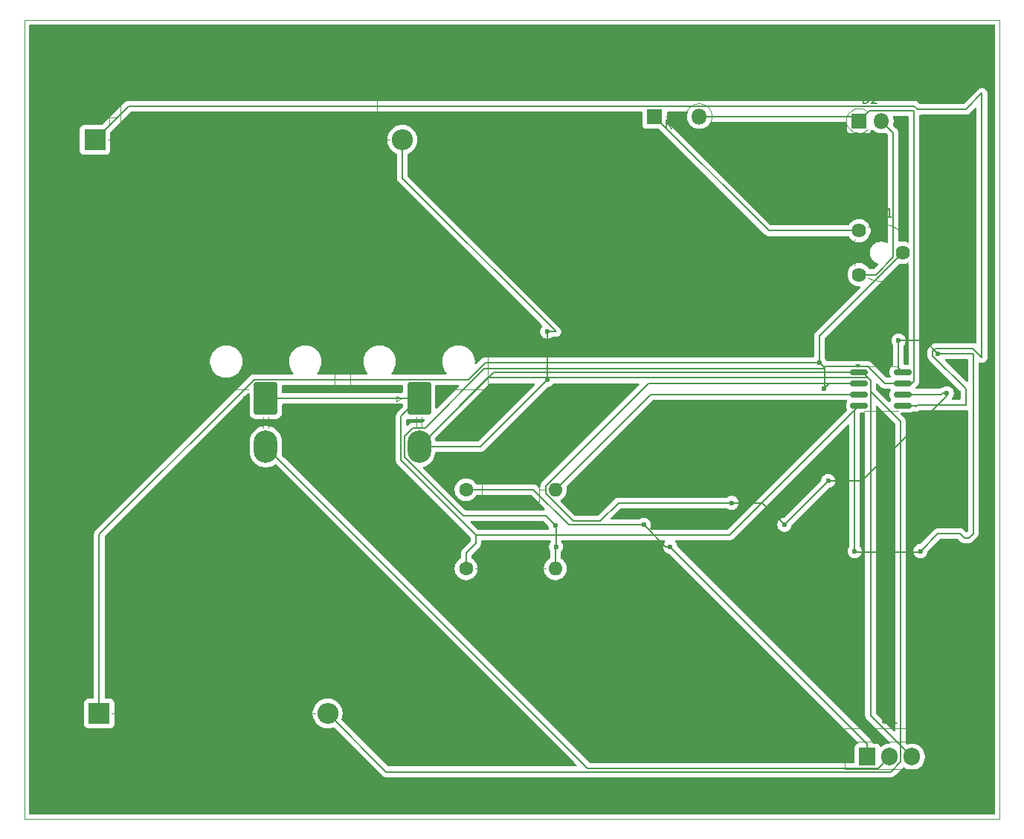
<source format=gm1>
%TF.GenerationSoftware,KiCad,Pcbnew,9.0.0*%
%TF.CreationDate,2025-03-20T11:59:00+05:30*%
%TF.ProjectId,Buck converter,4275636b-2063-46f6-9e76-65727465722e,rev?*%
%TF.SameCoordinates,Original*%
%TF.FileFunction,Profile,NP*%
%FSLAX46Y46*%
G04 Gerber Fmt 4.6, Leading zero omitted, Abs format (unit mm)*
G04 Created by KiCad (PCBNEW 9.0.0) date 2025-03-20 11:59:00*
%MOMM*%
%LPD*%
G01*
G04 APERTURE LIST*
G04 Aperture macros list*
%AMRoundRect*
0 Rectangle with rounded corners*
0 $1 Rounding radius*
0 $2 $3 $4 $5 $6 $7 $8 $9 X,Y pos of 4 corners*
0 Add a 4 corners polygon primitive as box body*
4,1,4,$2,$3,$4,$5,$6,$7,$8,$9,$2,$3,0*
0 Add four circle primitives for the rounded corners*
1,1,$1+$1,$2,$3*
1,1,$1+$1,$4,$5*
1,1,$1+$1,$6,$7*
1,1,$1+$1,$8,$9*
0 Add four rect primitives between the rounded corners*
20,1,$1+$1,$2,$3,$4,$5,0*
20,1,$1+$1,$4,$5,$6,$7,0*
20,1,$1+$1,$6,$7,$8,$9,0*
20,1,$1+$1,$8,$9,$2,$3,0*%
G04 Aperture macros list end*
%TA.AperFunction,Profile*%
%ADD10C,0.050000*%
%TD*%
%TA.AperFunction,ComponentPad*%
%ADD11C,1.600000*%
%TD*%
%TA.AperFunction,ComponentPad*%
%ADD12O,1.600000X1.600000*%
%TD*%
%TA.AperFunction,ComponentPad*%
%ADD13R,1.800000X1.800000*%
%TD*%
%TA.AperFunction,ComponentPad*%
%ADD14O,1.800000X1.800000*%
%TD*%
%TA.AperFunction,ComponentPad*%
%ADD15RoundRect,0.250001X-1.099999X-1.599999X1.099999X-1.599999X1.099999X1.599999X-1.099999X1.599999X0*%
%TD*%
%TA.AperFunction,ComponentPad*%
%ADD16O,2.700000X3.700000*%
%TD*%
%TA.AperFunction,ComponentPad*%
%ADD17R,1.905000X2.000000*%
%TD*%
%TA.AperFunction,ComponentPad*%
%ADD18O,1.905000X2.000000*%
%TD*%
%TA.AperFunction,ComponentPad*%
%ADD19C,1.620000*%
%TD*%
%TA.AperFunction,ComponentPad*%
%ADD20R,2.400000X2.400000*%
%TD*%
%TA.AperFunction,ComponentPad*%
%ADD21O,2.400000X2.400000*%
%TD*%
%TA.AperFunction,ViaPad*%
%ADD22C,0.600000*%
%TD*%
%TA.AperFunction,Conductor*%
%ADD23C,0.200000*%
%TD*%
%TA.AperFunction,SMDPad,CuDef*%
%ADD24RoundRect,0.150000X-0.825000X-0.150000X0.825000X-0.150000X0.825000X0.150000X-0.825000X0.150000X0*%
%TD*%
%ADD25RoundRect,0.150000X-0.825000X-0.150000X0.825000X-0.150000X0.825000X0.150000X-0.825000X0.150000X0*%
%ADD26C,0.150000*%
%ADD27C,0.120000*%
G04 APERTURE END LIST*
D10*
X99500000Y-53500000D02*
X210500000Y-53500000D01*
X210500000Y-144500000D01*
X99500000Y-144500000D01*
X99500000Y-53500000D01*
D11*
%TO.P,R2,1*%
%TO.N,Net-(J1-Pin_1)*%
X149760000Y-116000000D03*
D12*
%TO.P,R2,2*%
%TO.N,Net-(D2-K)*%
X159920000Y-116000000D03*
%TD*%
D13*
%TO.P,D2,1,K*%
%TO.N,Net-(D2-K)*%
X194500000Y-65000000D03*
D14*
%TO.P,D2,2,A*%
%TO.N,Net-(D2-A)*%
X197040000Y-65000000D03*
%TD*%
D13*
%TO.P,D3,1,K*%
%TO.N,Net-(D3-K)*%
X171235000Y-64500000D03*
D14*
%TO.P,D3,2,A*%
%TO.N,Net-(D2-K)*%
X176315000Y-64500000D03*
%TD*%
D15*
%TO.P,J2,1,Pin_1*%
%TO.N,Net-(J1-Pin_1)*%
X144410000Y-96600000D03*
D16*
%TO.P,J2,2,Pin_2*%
%TO.N,GND*%
X144410000Y-102100000D03*
%TD*%
D17*
%TO.P,Q1,1,G*%
%TO.N,Net-(Q1-G)*%
X195460000Y-137445000D03*
D18*
%TO.P,Q1,2,D*%
%TO.N,Net-(J1-Pin_2)*%
X198000000Y-137445000D03*
%TO.P,Q1,3,S*%
%TO.N,GND*%
X200540000Y-137445000D03*
%TD*%
D19*
%TO.P,RV1,1,1*%
%TO.N,Net-(D2-A)*%
X194500000Y-82500000D03*
%TO.P,RV1,2,2*%
%TO.N,Net-(U1-THR)*%
X199500000Y-80000000D03*
%TO.P,RV1,3,3*%
%TO.N,Net-(D3-K)*%
X194500000Y-77500000D03*
%TD*%
D20*
%TO.P,C2,1*%
%TO.N,Net-(U1-CV)*%
X107500000Y-67150000D03*
D21*
%TO.P,C2,2*%
%TO.N,GND*%
X142500000Y-67150000D03*
%TD*%
D11*
%TO.P,R1,1*%
%TO.N,Net-(Q1-G)*%
X149760000Y-107000000D03*
D12*
%TO.P,R1,2*%
%TO.N,Net-(U1-Q)*%
X159920000Y-107000000D03*
%TD*%
D15*
%TO.P,J1,1,Pin_1*%
%TO.N,Net-(J1-Pin_1)*%
X126960000Y-96600000D03*
D16*
%TO.P,J1,2,Pin_2*%
%TO.N,Net-(J1-Pin_2)*%
X126960000Y-102100000D03*
%TD*%
D20*
%TO.P,C1,1*%
%TO.N,Net-(U1-THR)*%
X108000000Y-132500000D03*
D21*
%TO.P,C1,2*%
%TO.N,GND*%
X134000000Y-132500000D03*
%TD*%
D22*
%TO.N,Net-(D2-K)*%
X159920000Y-111050000D03*
X160000000Y-113500000D03*
%TO.N,Net-(U1-THR)*%
X204500000Y-96000000D03*
X191000000Y-106000000D03*
X186000000Y-111000000D03*
X180000000Y-108500000D03*
%TO.N,Net-(J1-Pin_1)*%
X199000000Y-90000000D03*
X203500000Y-91500000D03*
X201500000Y-114000000D03*
X194000000Y-114000000D03*
%TO.N,GND*%
X159000000Y-94500000D03*
X159000000Y-89000000D03*
%TO.N,Net-(Q1-G)*%
X173000000Y-113500000D03*
X170000000Y-111000000D03*
%TO.N,Net-(U1-THR)*%
X190500000Y-95500000D03*
X190000000Y-92500000D03*
%TD*%
D23*
%TO.N,Net-(D2-K)*%
X160000000Y-111130000D02*
X159920000Y-111050000D01*
X160000000Y-113500000D02*
X160000000Y-111130000D01*
%TO.N,Net-(U1-THR)*%
X204500000Y-96349943D02*
X204500000Y-96101000D01*
X194849943Y-106000000D02*
X204500000Y-96349943D01*
X191000000Y-106000000D02*
X194849943Y-106000000D01*
X183500000Y-108500000D02*
X186000000Y-111000000D01*
X180000000Y-108500000D02*
X183500000Y-108500000D01*
%TO.N,Net-(J1-Pin_1)*%
X202000000Y-90000000D02*
X199000000Y-90000000D01*
X203500000Y-91500000D02*
X202000000Y-90000000D01*
X194101000Y-114101000D02*
X201500000Y-114101000D01*
X194000000Y-114000000D02*
X194101000Y-114101000D01*
%TO.N,GND*%
X159000000Y-89000000D02*
X159000000Y-94650057D01*
%TO.N,Net-(Q1-G)*%
X172500000Y-113500000D02*
X173000000Y-113500000D01*
X170000000Y-111000000D02*
X172500000Y-113500000D01*
%TO.N,Net-(U1-THR)*%
X190601000Y-95399000D02*
X190500000Y-95500000D01*
X190601000Y-93101000D02*
X190601000Y-95399000D01*
X190000000Y-92500000D02*
X190601000Y-93101000D01*
%TD*%
D11*
%TO.P,R2,1*%
%TO.N,Net-(J1-Pin_1)*%
X149760000Y-116000000D03*
D12*
%TO.P,R2,2*%
%TO.N,Net-(D2-K)*%
X159920000Y-116000000D03*
%TD*%
D13*
%TO.P,D2,1,K*%
%TO.N,Net-(D2-K)*%
X194500000Y-65000000D03*
D14*
%TO.P,D2,2,A*%
%TO.N,Net-(D2-A)*%
X197040000Y-65000000D03*
%TD*%
D13*
%TO.P,D3,1,K*%
%TO.N,Net-(D3-K)*%
X171235000Y-64500000D03*
D14*
%TO.P,D3,2,A*%
%TO.N,Net-(D2-K)*%
X176315000Y-64500000D03*
%TD*%
D15*
%TO.P,J2,1,Pin_1*%
%TO.N,Net-(J1-Pin_1)*%
X144410000Y-96600000D03*
D16*
%TO.P,J2,2,Pin_2*%
%TO.N,GND*%
X144410000Y-102100000D03*
%TD*%
D17*
%TO.P,Q1,1,G*%
%TO.N,Net-(Q1-G)*%
X195460000Y-137445000D03*
D18*
%TO.P,Q1,2,D*%
%TO.N,Net-(J1-Pin_2)*%
X198000000Y-137445000D03*
%TO.P,Q1,3,S*%
%TO.N,GND*%
X200540000Y-137445000D03*
%TD*%
D19*
%TO.P,RV1,1,1*%
%TO.N,Net-(D2-A)*%
X194500000Y-82500000D03*
%TO.P,RV1,2,2*%
%TO.N,Net-(U1-THR)*%
X199500000Y-80000000D03*
%TO.P,RV1,3,3*%
%TO.N,Net-(D3-K)*%
X194500000Y-77500000D03*
%TD*%
D20*
%TO.P,C2,1*%
%TO.N,Net-(U1-CV)*%
X107500000Y-67150000D03*
D21*
%TO.P,C2,2*%
%TO.N,GND*%
X142500000Y-67150000D03*
%TD*%
D11*
%TO.P,R1,1*%
%TO.N,Net-(Q1-G)*%
X149760000Y-107000000D03*
D12*
%TO.P,R1,2*%
%TO.N,Net-(U1-Q)*%
X159920000Y-107000000D03*
%TD*%
D15*
%TO.P,J1,1,Pin_1*%
%TO.N,Net-(J1-Pin_1)*%
X126960000Y-96600000D03*
D16*
%TO.P,J1,2,Pin_2*%
%TO.N,Net-(J1-Pin_2)*%
X126960000Y-102100000D03*
%TD*%
D20*
%TO.P,C1,1*%
%TO.N,Net-(U1-THR)*%
X108000000Y-132500000D03*
D21*
%TO.P,C1,2*%
%TO.N,GND*%
X134000000Y-132500000D03*
%TD*%
D24*
%TO.P,U1,1,GND*%
%TO.N,GND*%
X194525000Y-93595000D03*
%TO.P,U1,2,TR*%
%TO.N,Net-(U1-THR)*%
X194525000Y-94865000D03*
%TO.P,U1,3,Q*%
%TO.N,Net-(U1-Q)*%
X194525000Y-96135000D03*
%TO.P,U1,4,R*%
%TO.N,Net-(J1-Pin_1)*%
X194525000Y-97405000D03*
%TO.P,U1,5,CV*%
%TO.N,Net-(U1-CV)*%
X199475000Y-97405000D03*
%TO.P,U1,6,THR*%
%TO.N,Net-(U1-THR)*%
X199475000Y-96135000D03*
%TO.P,U1,7,DIS*%
%TO.N,Net-(D2-K)*%
X199475000Y-94865000D03*
%TO.P,U1,8,VCC*%
%TO.N,Net-(J1-Pin_1)*%
X199475000Y-93595000D03*
%TD*%
D22*
%TO.N,Net-(D2-K)*%
X159920000Y-111050000D03*
X160000000Y-113500000D03*
%TO.N,Net-(U1-THR)*%
X204500000Y-96000000D03*
X191000000Y-106000000D03*
X186000000Y-111000000D03*
X180000000Y-108500000D03*
%TO.N,Net-(J1-Pin_1)*%
X199000000Y-90000000D03*
X203500000Y-91500000D03*
X201500000Y-114000000D03*
X194000000Y-114000000D03*
%TO.N,GND*%
X159000000Y-94500000D03*
X159000000Y-89000000D03*
%TO.N,Net-(Q1-G)*%
X173000000Y-113500000D03*
X170000000Y-111000000D03*
%TO.N,Net-(U1-THR)*%
X190500000Y-95500000D03*
X190000000Y-92500000D03*
%TD*%
D23*
%TO.N,Net-(U1-THR)*%
X161961950Y-110599000D02*
X165000000Y-110599000D01*
%TO.N,Net-(U1-CV)*%
X200768100Y-63299000D02*
X111351000Y-63299000D01*
X201152000Y-63682900D02*
X200768100Y-63299000D01*
X208500000Y-61834900D02*
X206652000Y-63682900D01*
X208500000Y-91932900D02*
X208500000Y-61834900D01*
X207466100Y-90899000D02*
X208500000Y-91932900D01*
X203251057Y-90899000D02*
X207466100Y-90899000D01*
X202899000Y-91748943D02*
X202899000Y-91251057D01*
X202899000Y-91251057D02*
X203251057Y-90899000D01*
X206652000Y-97348000D02*
X206652000Y-95501943D01*
X206652000Y-63682900D02*
X201152000Y-63682900D01*
X206652000Y-95501943D02*
X202899000Y-91748943D01*
X111351000Y-63299000D02*
X107500000Y-67150000D01*
X201000000Y-97500000D02*
X201152000Y-97348000D01*
X200905000Y-97405000D02*
X201000000Y-97500000D01*
X201152000Y-97348000D02*
X206652000Y-97348000D01*
X199475000Y-97405000D02*
X200905000Y-97405000D01*
%TO.N,Net-(U1-THR)*%
X203865000Y-96135000D02*
X199475000Y-96135000D01*
X204000000Y-96000000D02*
X203865000Y-96135000D01*
X204500000Y-96000000D02*
X204000000Y-96000000D01*
%TO.N,Net-(J1-Pin_1)*%
X206500000Y-112500000D02*
X207000000Y-112500000D01*
X206000000Y-112000000D02*
X206500000Y-112500000D01*
X203500000Y-112000000D02*
X206000000Y-112000000D01*
X207000000Y-112500000D02*
X207500000Y-112000000D01*
X203500000Y-91500000D02*
X207500000Y-91500000D01*
X149760000Y-114240000D02*
X150855000Y-113145000D01*
X149760000Y-116000000D02*
X149760000Y-114240000D01*
X150855000Y-112145000D02*
X150861000Y-112151000D01*
X150855000Y-113145000D02*
X150855000Y-112145000D01*
%TO.N,Net-(D2-K)*%
X159920000Y-113580000D02*
X160000000Y-113500000D01*
X159920000Y-116000000D02*
X159920000Y-113580000D01*
%TO.N,Net-(U1-THR)*%
X199475000Y-96135000D02*
X199239000Y-95899000D01*
X186000000Y-111000000D02*
X191000000Y-106000000D01*
X199475000Y-96135000D02*
X199500000Y-96110000D01*
X167099000Y-108500000D02*
X180000000Y-108500000D01*
X165000000Y-110599000D02*
X167099000Y-108500000D01*
X158819000Y-107456050D02*
X161961950Y-110599000D01*
X158819000Y-106543950D02*
X158819000Y-107456050D01*
X170497950Y-94865000D02*
X158819000Y-106543950D01*
X194525000Y-94865000D02*
X170497950Y-94865000D01*
%TO.N,Net-(J1-Pin_1)*%
X199000000Y-93120000D02*
X199475000Y-93595000D01*
X199000000Y-90000000D02*
X199000000Y-93120000D01*
X207500000Y-112000000D02*
X207500000Y-91500000D01*
X201500000Y-114000000D02*
X203500000Y-112000000D01*
X194000000Y-97930000D02*
X194000000Y-114000000D01*
X194525000Y-97405000D02*
X194000000Y-97930000D01*
X194525000Y-97405000D02*
X194465000Y-97465000D01*
%TO.N,Net-(U1-Q)*%
X194525000Y-96135000D02*
X194500000Y-96135000D01*
%TO.N,Net-(U1-THR)*%
X199500000Y-96110000D02*
X199500000Y-96000000D01*
%TO.N,GND*%
X151400000Y-102100000D02*
X144410000Y-102100000D01*
X159000000Y-94500000D02*
X151400000Y-102100000D01*
X160000000Y-89000000D02*
X159000000Y-89000000D01*
X142500000Y-71500000D02*
X160000000Y-89000000D01*
X142500000Y-67150000D02*
X142500000Y-71500000D01*
%TO.N,Net-(U1-THR)*%
X151975767Y-92500000D02*
X190000000Y-92500000D01*
X125624840Y-94449000D02*
X150026767Y-94449000D01*
X150026767Y-94449000D02*
X151975767Y-92500000D01*
X108000000Y-112073840D02*
X125624840Y-94449000D01*
X108000000Y-132500000D02*
X108000000Y-112073840D01*
%TO.N,GND*%
X152246000Y-94264000D02*
X144410000Y-102100000D01*
X195540968Y-94264000D02*
X152246000Y-94264000D01*
X195801000Y-94524032D02*
X195540968Y-94264000D01*
X195801000Y-95794032D02*
X195801000Y-94524032D01*
X199253500Y-99246532D02*
X195801000Y-95794032D01*
X199253500Y-138011717D02*
X199253500Y-99246532D01*
X198118217Y-139147000D02*
X199253500Y-138011717D01*
X140647000Y-139147000D02*
X198118217Y-139147000D01*
X134000000Y-132500000D02*
X140647000Y-139147000D01*
%TO.N,Net-(J1-Pin_2)*%
X163606000Y-138746000D02*
X196699000Y-138746000D01*
X196699000Y-138746000D02*
X198000000Y-137445000D01*
X126960000Y-102100000D02*
X163606000Y-138746000D01*
%TO.N,Net-(J1-Pin_1)*%
X126960000Y-96600000D02*
X144410000Y-96600000D01*
X142358000Y-98652000D02*
X144410000Y-96600000D01*
X142358000Y-103648000D02*
X142358000Y-98652000D01*
X149760000Y-111050000D02*
X142358000Y-103648000D01*
%TO.N,Net-(Q1-G)*%
X195460000Y-135960000D02*
X195460000Y-137445000D01*
X173000000Y-113500000D02*
X195460000Y-135960000D01*
X161427050Y-111000000D02*
X170000000Y-111000000D01*
X157427050Y-107000000D02*
X161427050Y-111000000D01*
X149760000Y-107000000D02*
X157427050Y-107000000D01*
%TO.N,Net-(J1-Pin_1)*%
X179779000Y-112151000D02*
X194525000Y-97405000D01*
X149760000Y-111050000D02*
X150855000Y-112145000D01*
X150861000Y-112151000D02*
X179779000Y-112151000D01*
%TO.N,Net-(U1-Q)*%
X170785000Y-96135000D02*
X194525000Y-96135000D01*
X159920000Y-107000000D02*
X170785000Y-96135000D01*
%TO.N,Net-(D2-K)*%
X158819000Y-109949000D02*
X159920000Y-111050000D01*
X149424133Y-109949000D02*
X158819000Y-109949000D01*
X142759000Y-100916133D02*
X142759000Y-103283867D01*
X142759000Y-103283867D02*
X149424133Y-109949000D01*
X143726133Y-99949000D02*
X142759000Y-100916133D01*
X145093867Y-99949000D02*
X143726133Y-99949000D01*
X151848867Y-93194000D02*
X145093867Y-99949000D01*
X190500000Y-93194000D02*
X151848867Y-93194000D01*
X195540968Y-92994000D02*
X190700000Y-92994000D01*
X197411968Y-94865000D02*
X195540968Y-92994000D01*
X199475000Y-94865000D02*
X197411968Y-94865000D01*
X190700000Y-92994000D02*
X190500000Y-93194000D01*
X200525000Y-94865000D02*
X199475000Y-94865000D01*
X200751000Y-63849000D02*
X200751000Y-94639000D01*
X200701000Y-63799000D02*
X200751000Y-63849000D01*
X195701000Y-63799000D02*
X200701000Y-63799000D01*
X194500000Y-65000000D02*
X195701000Y-63799000D01*
X200751000Y-94639000D02*
X200525000Y-94865000D01*
%TO.N,Net-(D2-A)*%
X198389000Y-80543900D02*
X196432900Y-82500000D01*
X198389000Y-66349000D02*
X198389000Y-80543900D01*
X197040000Y-65000000D02*
X198389000Y-66349000D01*
X196432900Y-82500000D02*
X194500000Y-82500000D01*
%TO.N,Net-(D2-K)*%
X194000000Y-64500000D02*
X194500000Y-65000000D01*
X176315000Y-64500000D02*
X194000000Y-64500000D01*
%TO.N,Net-(D3-K)*%
X184235000Y-77500000D02*
X171235000Y-64500000D01*
X194500000Y-77500000D02*
X184235000Y-77500000D01*
%TO.N,Net-(U1-THR)*%
X191135000Y-94865000D02*
X194525000Y-94865000D01*
X190500000Y-95500000D02*
X191135000Y-94865000D01*
X190000000Y-89500000D02*
X190000000Y-92500000D01*
X199500000Y-80000000D02*
X190000000Y-89500000D01*
%TO.N,GND*%
X152915000Y-93595000D02*
X194525000Y-93595000D01*
X144410000Y-102100000D02*
X152915000Y-93595000D01*
X194871968Y-93595000D02*
X194525000Y-93595000D01*
X195801000Y-94524032D02*
X194871968Y-93595000D01*
X195801000Y-132706000D02*
X195801000Y-94524032D01*
X200540000Y-137445000D02*
X195801000Y-132706000D01*
%TD*%
%TA.AperFunction,NonConductor*%
G36*
X209942539Y-54020185D02*
G01*
X209988294Y-54072989D01*
X209999500Y-54124500D01*
X209999500Y-143875500D01*
X209979815Y-143942539D01*
X209927011Y-143988294D01*
X209875500Y-143999500D01*
X100124500Y-143999500D01*
X100057461Y-143979815D01*
X100011706Y-143927011D01*
X100000500Y-143875500D01*
X100000500Y-92278711D01*
X120609500Y-92278711D01*
X120609500Y-92521288D01*
X120641161Y-92761785D01*
X120703947Y-92996104D01*
X120796773Y-93220205D01*
X120796776Y-93220212D01*
X120918064Y-93430289D01*
X120918066Y-93430292D01*
X120918067Y-93430293D01*
X121065733Y-93622736D01*
X121065739Y-93622743D01*
X121237256Y-93794260D01*
X121237263Y-93794266D01*
X121350321Y-93881018D01*
X121429711Y-93941936D01*
X121639788Y-94063224D01*
X121863900Y-94156054D01*
X122098211Y-94218838D01*
X122278586Y-94242584D01*
X122338711Y-94250500D01*
X122338712Y-94250500D01*
X122581289Y-94250500D01*
X122629388Y-94244167D01*
X122821789Y-94218838D01*
X123056100Y-94156054D01*
X123280212Y-94063224D01*
X123490289Y-93941936D01*
X123682738Y-93794265D01*
X123854265Y-93622738D01*
X124001936Y-93430289D01*
X124123224Y-93220212D01*
X124216054Y-92996100D01*
X124278838Y-92761789D01*
X124310500Y-92521288D01*
X124310500Y-92278712D01*
X124308892Y-92266501D01*
X124297658Y-92181166D01*
X124278838Y-92038211D01*
X124216054Y-91803900D01*
X124123224Y-91579788D01*
X124001936Y-91369711D01*
X123854265Y-91177262D01*
X123854260Y-91177256D01*
X123682743Y-91005739D01*
X123682736Y-91005733D01*
X123490293Y-90858067D01*
X123490292Y-90858066D01*
X123490289Y-90858064D01*
X123280212Y-90736776D01*
X123280205Y-90736773D01*
X123056104Y-90643947D01*
X122821785Y-90581161D01*
X122581289Y-90549500D01*
X122581288Y-90549500D01*
X122338712Y-90549500D01*
X122338711Y-90549500D01*
X122098214Y-90581161D01*
X121863895Y-90643947D01*
X121639794Y-90736773D01*
X121639785Y-90736777D01*
X121429706Y-90858067D01*
X121237263Y-91005733D01*
X121237256Y-91005739D01*
X121065739Y-91177256D01*
X121065733Y-91177263D01*
X120918067Y-91369706D01*
X120796777Y-91579785D01*
X120796773Y-91579794D01*
X120703947Y-91803895D01*
X120641161Y-92038214D01*
X120609500Y-92278711D01*
X100000500Y-92278711D01*
X100000500Y-65902135D01*
X105799500Y-65902135D01*
X105799500Y-68397870D01*
X105799501Y-68397876D01*
X105805908Y-68457483D01*
X105856202Y-68592328D01*
X105856206Y-68592335D01*
X105942452Y-68707544D01*
X105942455Y-68707547D01*
X106057664Y-68793793D01*
X106057671Y-68793797D01*
X106192517Y-68844091D01*
X106192516Y-68844091D01*
X106199444Y-68844835D01*
X106252127Y-68850500D01*
X108747872Y-68850499D01*
X108807483Y-68844091D01*
X108942331Y-68793796D01*
X109057546Y-68707546D01*
X109143796Y-68592331D01*
X109194091Y-68457483D01*
X109200500Y-68397873D01*
X109200499Y-67038549D01*
X140799500Y-67038549D01*
X140799500Y-67261450D01*
X140799501Y-67261466D01*
X140828594Y-67482452D01*
X140828595Y-67482457D01*
X140828596Y-67482463D01*
X140828597Y-67482465D01*
X140886290Y-67697780D01*
X140886293Y-67697790D01*
X140971593Y-67903722D01*
X140971595Y-67903726D01*
X141083052Y-68096774D01*
X141083057Y-68096780D01*
X141083058Y-68096782D01*
X141218751Y-68273622D01*
X141218757Y-68273629D01*
X141376370Y-68431242D01*
X141376377Y-68431248D01*
X141502294Y-68527867D01*
X141553226Y-68566948D01*
X141746274Y-68678405D01*
X141746277Y-68678406D01*
X141746282Y-68678409D01*
X141822952Y-68710166D01*
X141877356Y-68754006D01*
X141899421Y-68820300D01*
X141899500Y-68824727D01*
X141899500Y-71413330D01*
X141899499Y-71413348D01*
X141899499Y-71579054D01*
X141899498Y-71579054D01*
X141940423Y-71731785D01*
X141969358Y-71781900D01*
X141969359Y-71781904D01*
X141969360Y-71781904D01*
X142019479Y-71868714D01*
X142019481Y-71868717D01*
X142138349Y-71987585D01*
X142138355Y-71987590D01*
X158421662Y-88270897D01*
X158455147Y-88332220D01*
X158450163Y-88401912D01*
X158421662Y-88446259D01*
X158378213Y-88489707D01*
X158378210Y-88489711D01*
X158290609Y-88620814D01*
X158290602Y-88620827D01*
X158230264Y-88766498D01*
X158230261Y-88766510D01*
X158199500Y-88921153D01*
X158199500Y-89078846D01*
X158230261Y-89233489D01*
X158230264Y-89233501D01*
X158290602Y-89379172D01*
X158290609Y-89379185D01*
X158378210Y-89510288D01*
X158378213Y-89510292D01*
X158489707Y-89621786D01*
X158489711Y-89621789D01*
X158620814Y-89709390D01*
X158620827Y-89709397D01*
X158715799Y-89748735D01*
X158766503Y-89769737D01*
X158919127Y-89800096D01*
X158921153Y-89800499D01*
X158921156Y-89800500D01*
X158921158Y-89800500D01*
X159078844Y-89800500D01*
X159078845Y-89800499D01*
X159233497Y-89769737D01*
X159379179Y-89709394D01*
X159379185Y-89709390D01*
X159510875Y-89621398D01*
X159577553Y-89600520D01*
X159579766Y-89600500D01*
X160079055Y-89600500D01*
X160079057Y-89600500D01*
X160231784Y-89559577D01*
X160368716Y-89480520D01*
X160480520Y-89368716D01*
X160559577Y-89231784D01*
X160600500Y-89079057D01*
X160600500Y-88920943D01*
X160594754Y-88899500D01*
X160589534Y-88880019D01*
X160559577Y-88768216D01*
X160558585Y-88766498D01*
X160480524Y-88631290D01*
X160480521Y-88631286D01*
X160480520Y-88631284D01*
X160368716Y-88519480D01*
X160368715Y-88519479D01*
X160364385Y-88515149D01*
X160364374Y-88515139D01*
X143136819Y-71287584D01*
X143103334Y-71226261D01*
X143100500Y-71199903D01*
X143100500Y-68824727D01*
X143120185Y-68757688D01*
X143172989Y-68711933D01*
X143177048Y-68710166D01*
X143253717Y-68678409D01*
X143253718Y-68678407D01*
X143253726Y-68678405D01*
X143446774Y-68566948D01*
X143623624Y-68431247D01*
X143781247Y-68273624D01*
X143916948Y-68096774D01*
X144028405Y-67903726D01*
X144113710Y-67697781D01*
X144171404Y-67482463D01*
X144200500Y-67261457D01*
X144200500Y-67038543D01*
X144171404Y-66817537D01*
X144113710Y-66602219D01*
X144028405Y-66396274D01*
X143916948Y-66203226D01*
X143813376Y-66068247D01*
X143781248Y-66026377D01*
X143781242Y-66026370D01*
X143623629Y-65868757D01*
X143623622Y-65868751D01*
X143446782Y-65733058D01*
X143446780Y-65733057D01*
X143446774Y-65733052D01*
X143253726Y-65621595D01*
X143253722Y-65621593D01*
X143047790Y-65536293D01*
X143047783Y-65536291D01*
X143047781Y-65536290D01*
X142832463Y-65478596D01*
X142832457Y-65478595D01*
X142832452Y-65478594D01*
X142611466Y-65449501D01*
X142611463Y-65449500D01*
X142611457Y-65449500D01*
X142388543Y-65449500D01*
X142388537Y-65449500D01*
X142388533Y-65449501D01*
X142167547Y-65478594D01*
X142167540Y-65478595D01*
X142167537Y-65478596D01*
X142064502Y-65506204D01*
X141952219Y-65536290D01*
X141952209Y-65536293D01*
X141746277Y-65621593D01*
X141746273Y-65621595D01*
X141553226Y-65733052D01*
X141553217Y-65733058D01*
X141376377Y-65868751D01*
X141376370Y-65868757D01*
X141218757Y-66026370D01*
X141218751Y-66026377D01*
X141083058Y-66203217D01*
X141083053Y-66203225D01*
X140971595Y-66396273D01*
X140971593Y-66396277D01*
X140886293Y-66602209D01*
X140886290Y-66602219D01*
X140828597Y-66817534D01*
X140828594Y-66817547D01*
X140799501Y-67038533D01*
X140799500Y-67038549D01*
X109200499Y-67038549D01*
X109200499Y-66350095D01*
X109220184Y-66283057D01*
X109236813Y-66262420D01*
X111563416Y-63935819D01*
X111624739Y-63902334D01*
X111651097Y-63899500D01*
X169710500Y-63899500D01*
X169777539Y-63919185D01*
X169823294Y-63971989D01*
X169834500Y-64023500D01*
X169834500Y-65447870D01*
X169834501Y-65447876D01*
X169840908Y-65507483D01*
X169891202Y-65642328D01*
X169891206Y-65642335D01*
X169977452Y-65757544D01*
X169977455Y-65757547D01*
X170092664Y-65843793D01*
X170092671Y-65843797D01*
X170227517Y-65894091D01*
X170227516Y-65894091D01*
X170234444Y-65894835D01*
X170287127Y-65900500D01*
X171734902Y-65900499D01*
X171801941Y-65920184D01*
X171822583Y-65936818D01*
X183750139Y-77864374D01*
X183750149Y-77864385D01*
X183754479Y-77868715D01*
X183754480Y-77868716D01*
X183866284Y-77980520D01*
X183953095Y-78030639D01*
X183953097Y-78030641D01*
X184003213Y-78059576D01*
X184003215Y-78059577D01*
X184155942Y-78100500D01*
X184155943Y-78100500D01*
X193259175Y-78100500D01*
X193326214Y-78120185D01*
X193369658Y-78168204D01*
X193379160Y-78186852D01*
X193500407Y-78353733D01*
X193646267Y-78499593D01*
X193813148Y-78620840D01*
X193996943Y-78714488D01*
X193996945Y-78714489D01*
X194193120Y-78778230D01*
X194193121Y-78778230D01*
X194193124Y-78778231D01*
X194396861Y-78810500D01*
X194396862Y-78810500D01*
X194603138Y-78810500D01*
X194603139Y-78810500D01*
X194806876Y-78778231D01*
X194806879Y-78778230D01*
X194806880Y-78778230D01*
X195003054Y-78714489D01*
X195003054Y-78714488D01*
X195003057Y-78714488D01*
X195186852Y-78620840D01*
X195353733Y-78499593D01*
X195499593Y-78353733D01*
X195620840Y-78186852D01*
X195714488Y-78003057D01*
X195778231Y-77806876D01*
X195810500Y-77603139D01*
X195810500Y-77396861D01*
X195778231Y-77193124D01*
X195778230Y-77193120D01*
X195778230Y-77193119D01*
X195714489Y-76996945D01*
X195620839Y-76813147D01*
X195620837Y-76813144D01*
X195499593Y-76646267D01*
X195353733Y-76500407D01*
X195186852Y-76379160D01*
X195003054Y-76285510D01*
X194806879Y-76221769D01*
X194654073Y-76197567D01*
X194603139Y-76189500D01*
X194396861Y-76189500D01*
X194328948Y-76200256D01*
X194193122Y-76221769D01*
X194193119Y-76221769D01*
X193996945Y-76285510D01*
X193813147Y-76379160D01*
X193646265Y-76500408D01*
X193500408Y-76646265D01*
X193379162Y-76813144D01*
X193379161Y-76813145D01*
X193375843Y-76819656D01*
X193369658Y-76831795D01*
X193321687Y-76882590D01*
X193259175Y-76899500D01*
X184535097Y-76899500D01*
X184468058Y-76879815D01*
X184447416Y-76863181D01*
X172671818Y-65087583D01*
X172638333Y-65026260D01*
X172635499Y-64999902D01*
X172635499Y-64023500D01*
X172655184Y-63956461D01*
X172707988Y-63910706D01*
X172759499Y-63899500D01*
X174866869Y-63899500D01*
X174933908Y-63919185D01*
X174979663Y-63971989D01*
X174989607Y-64041147D01*
X174984800Y-64061817D01*
X174948985Y-64172045D01*
X174929574Y-64294606D01*
X174914500Y-64389778D01*
X174914500Y-64610222D01*
X174931742Y-64719086D01*
X174948985Y-64827952D01*
X175017103Y-65037603D01*
X175017104Y-65037606D01*
X175083649Y-65168204D01*
X175112333Y-65224500D01*
X175117187Y-65234025D01*
X175246752Y-65412358D01*
X175246756Y-65412363D01*
X175402636Y-65568243D01*
X175402641Y-65568247D01*
X175504606Y-65642328D01*
X175580978Y-65697815D01*
X175709375Y-65763237D01*
X175777393Y-65797895D01*
X175777396Y-65797896D01*
X175827841Y-65814286D01*
X175987049Y-65866015D01*
X176204778Y-65900500D01*
X176204779Y-65900500D01*
X176425221Y-65900500D01*
X176425222Y-65900500D01*
X176642951Y-65866015D01*
X176852606Y-65797895D01*
X177049022Y-65697815D01*
X177227365Y-65568242D01*
X177383242Y-65412365D01*
X177512815Y-65234022D01*
X177529581Y-65201117D01*
X177546352Y-65168204D01*
X177594326Y-65117409D01*
X177656836Y-65100500D01*
X192975501Y-65100500D01*
X193042540Y-65120185D01*
X193088295Y-65172989D01*
X193099501Y-65224500D01*
X193099501Y-65947876D01*
X193105908Y-66007483D01*
X193156202Y-66142328D01*
X193156206Y-66142335D01*
X193242452Y-66257544D01*
X193242455Y-66257547D01*
X193357664Y-66343793D01*
X193357671Y-66343797D01*
X193492517Y-66394091D01*
X193492516Y-66394091D01*
X193499444Y-66394835D01*
X193552127Y-66400500D01*
X195447872Y-66400499D01*
X195507483Y-66394091D01*
X195642331Y-66343796D01*
X195757546Y-66257546D01*
X195843796Y-66142331D01*
X195853164Y-66117215D01*
X195873601Y-66062420D01*
X195915471Y-66006486D01*
X195980936Y-65982068D01*
X196049209Y-65996919D01*
X196077464Y-66018071D01*
X196127636Y-66068243D01*
X196127641Y-66068247D01*
X196229603Y-66142326D01*
X196305978Y-66197815D01*
X196432761Y-66262415D01*
X196502393Y-66297895D01*
X196502396Y-66297896D01*
X196569525Y-66319707D01*
X196712049Y-66366015D01*
X196929778Y-66400500D01*
X196929779Y-66400500D01*
X197150221Y-66400500D01*
X197150222Y-66400500D01*
X197367951Y-66366015D01*
X197438205Y-66343187D01*
X197508044Y-66341192D01*
X197564203Y-66373438D01*
X197752181Y-66561416D01*
X197785666Y-66622739D01*
X197788500Y-66649097D01*
X197788500Y-78795941D01*
X197768815Y-78862980D01*
X197716011Y-78908735D01*
X197646853Y-78918679D01*
X197608206Y-78906426D01*
X197480032Y-78841118D01*
X197292826Y-78780290D01*
X197098422Y-78749500D01*
X197098417Y-78749500D01*
X196901583Y-78749500D01*
X196901578Y-78749500D01*
X196707173Y-78780290D01*
X196519970Y-78841117D01*
X196344594Y-78930476D01*
X196253741Y-78996485D01*
X196185354Y-79046172D01*
X196185352Y-79046174D01*
X196185351Y-79046174D01*
X196046174Y-79185351D01*
X196046174Y-79185352D01*
X196046172Y-79185354D01*
X195996485Y-79253741D01*
X195930476Y-79344594D01*
X195841117Y-79519970D01*
X195780290Y-79707173D01*
X195749500Y-79901577D01*
X195749500Y-80098422D01*
X195780290Y-80292826D01*
X195841117Y-80480029D01*
X195930476Y-80655405D01*
X196046172Y-80814646D01*
X196185354Y-80953828D01*
X196344595Y-81069524D01*
X196427455Y-81111743D01*
X196519970Y-81158882D01*
X196519972Y-81158882D01*
X196519975Y-81158884D01*
X196614201Y-81189500D01*
X196633061Y-81195628D01*
X196690736Y-81235066D01*
X196717934Y-81299425D01*
X196706019Y-81368271D01*
X196682423Y-81401240D01*
X196220484Y-81863181D01*
X196159161Y-81896666D01*
X196132803Y-81899500D01*
X195740825Y-81899500D01*
X195673786Y-81879815D01*
X195630341Y-81831795D01*
X195620840Y-81813148D01*
X195499593Y-81646267D01*
X195353733Y-81500407D01*
X195186852Y-81379160D01*
X195104601Y-81337251D01*
X195003054Y-81285510D01*
X194806879Y-81221769D01*
X194641829Y-81195628D01*
X194603139Y-81189500D01*
X194396861Y-81189500D01*
X194358171Y-81195628D01*
X194193122Y-81221769D01*
X194193119Y-81221769D01*
X193996945Y-81285510D01*
X193813147Y-81379160D01*
X193646265Y-81500408D01*
X193500408Y-81646265D01*
X193379160Y-81813147D01*
X193285510Y-81996945D01*
X193221769Y-82193119D01*
X193221769Y-82193122D01*
X193189500Y-82396861D01*
X193189500Y-82603138D01*
X193221769Y-82806877D01*
X193221769Y-82806880D01*
X193285510Y-83003054D01*
X193285512Y-83003057D01*
X193379160Y-83186852D01*
X193500407Y-83353733D01*
X193646267Y-83499593D01*
X193813148Y-83620840D01*
X193996943Y-83714488D01*
X193996945Y-83714489D01*
X194193120Y-83778230D01*
X194193121Y-83778230D01*
X194193124Y-83778231D01*
X194396861Y-83810500D01*
X194396862Y-83810500D01*
X194540902Y-83810500D01*
X194607941Y-83830185D01*
X194653696Y-83882989D01*
X194663640Y-83952147D01*
X194634615Y-84015703D01*
X194628583Y-84022181D01*
X189519481Y-89131282D01*
X189519479Y-89131284D01*
X189491797Y-89179232D01*
X189480096Y-89199500D01*
X189440423Y-89268215D01*
X189399499Y-89420943D01*
X189399499Y-89420945D01*
X189399499Y-89589046D01*
X189399500Y-89589059D01*
X189399500Y-91775500D01*
X189379815Y-91842539D01*
X189327011Y-91888294D01*
X189275500Y-91899500D01*
X152054824Y-91899500D01*
X151896709Y-91899500D01*
X151743982Y-91940423D01*
X151743981Y-91940423D01*
X151743979Y-91940424D01*
X151743976Y-91940425D01*
X151693863Y-91969359D01*
X151693862Y-91969360D01*
X151674172Y-91980728D01*
X151607052Y-92019479D01*
X151607049Y-92019481D01*
X151495245Y-92131286D01*
X150966532Y-92659998D01*
X150905209Y-92693483D01*
X150835517Y-92688499D01*
X150779584Y-92646627D01*
X150755167Y-92581163D01*
X150755911Y-92556140D01*
X150760500Y-92521288D01*
X150760500Y-92278712D01*
X150758892Y-92266501D01*
X150747658Y-92181166D01*
X150728838Y-92038211D01*
X150666054Y-91803900D01*
X150573224Y-91579788D01*
X150451936Y-91369711D01*
X150304265Y-91177262D01*
X150304260Y-91177256D01*
X150132743Y-91005739D01*
X150132736Y-91005733D01*
X149940293Y-90858067D01*
X149940292Y-90858066D01*
X149940289Y-90858064D01*
X149730212Y-90736776D01*
X149730205Y-90736773D01*
X149506104Y-90643947D01*
X149271785Y-90581161D01*
X149031289Y-90549500D01*
X149031288Y-90549500D01*
X148788712Y-90549500D01*
X148788711Y-90549500D01*
X148548214Y-90581161D01*
X148313895Y-90643947D01*
X148089794Y-90736773D01*
X148089785Y-90736777D01*
X147879706Y-90858067D01*
X147687263Y-91005733D01*
X147687256Y-91005739D01*
X147515739Y-91177256D01*
X147515733Y-91177263D01*
X147368067Y-91369706D01*
X147246777Y-91579785D01*
X147246773Y-91579794D01*
X147153947Y-91803895D01*
X147091161Y-92038214D01*
X147059500Y-92278711D01*
X147059500Y-92521288D01*
X147091161Y-92761785D01*
X147153947Y-92996104D01*
X147246773Y-93220205D01*
X147246776Y-93220212D01*
X147368064Y-93430289D01*
X147368066Y-93430292D01*
X147368067Y-93430293D01*
X147515733Y-93622736D01*
X147515739Y-93622743D01*
X147529815Y-93636819D01*
X147563300Y-93698142D01*
X147558316Y-93767834D01*
X147516444Y-93823767D01*
X147450980Y-93848184D01*
X147442134Y-93848500D01*
X141377866Y-93848500D01*
X141310827Y-93828815D01*
X141265072Y-93776011D01*
X141255128Y-93706853D01*
X141284153Y-93643297D01*
X141290185Y-93636819D01*
X141304260Y-93622743D01*
X141304265Y-93622738D01*
X141451936Y-93430289D01*
X141573224Y-93220212D01*
X141666054Y-92996100D01*
X141728838Y-92761789D01*
X141760500Y-92521288D01*
X141760500Y-92278712D01*
X141758892Y-92266501D01*
X141747658Y-92181166D01*
X141728838Y-92038211D01*
X141666054Y-91803900D01*
X141573224Y-91579788D01*
X141451936Y-91369711D01*
X141304265Y-91177262D01*
X141304260Y-91177256D01*
X141132743Y-91005739D01*
X141132736Y-91005733D01*
X140940293Y-90858067D01*
X140940292Y-90858066D01*
X140940289Y-90858064D01*
X140730212Y-90736776D01*
X140730205Y-90736773D01*
X140506104Y-90643947D01*
X140271785Y-90581161D01*
X140031289Y-90549500D01*
X140031288Y-90549500D01*
X139788712Y-90549500D01*
X139788711Y-90549500D01*
X139548214Y-90581161D01*
X139313895Y-90643947D01*
X139089794Y-90736773D01*
X139089785Y-90736777D01*
X138879706Y-90858067D01*
X138687263Y-91005733D01*
X138687256Y-91005739D01*
X138515739Y-91177256D01*
X138515733Y-91177263D01*
X138368067Y-91369706D01*
X138246777Y-91579785D01*
X138246773Y-91579794D01*
X138153947Y-91803895D01*
X138091161Y-92038214D01*
X138059500Y-92278711D01*
X138059500Y-92521288D01*
X138091161Y-92761785D01*
X138153947Y-92996104D01*
X138246773Y-93220205D01*
X138246776Y-93220212D01*
X138368064Y-93430289D01*
X138368066Y-93430292D01*
X138368067Y-93430293D01*
X138515733Y-93622736D01*
X138515739Y-93622743D01*
X138529815Y-93636819D01*
X138563300Y-93698142D01*
X138558316Y-93767834D01*
X138516444Y-93823767D01*
X138450980Y-93848184D01*
X138442134Y-93848500D01*
X132927866Y-93848500D01*
X132860827Y-93828815D01*
X132815072Y-93776011D01*
X132805128Y-93706853D01*
X132834153Y-93643297D01*
X132840185Y-93636819D01*
X132854260Y-93622743D01*
X132854265Y-93622738D01*
X133001936Y-93430289D01*
X133123224Y-93220212D01*
X133216054Y-92996100D01*
X133278838Y-92761789D01*
X133310500Y-92521288D01*
X133310500Y-92278712D01*
X133308892Y-92266501D01*
X133297658Y-92181166D01*
X133278838Y-92038211D01*
X133216054Y-91803900D01*
X133123224Y-91579788D01*
X133001936Y-91369711D01*
X132854265Y-91177262D01*
X132854260Y-91177256D01*
X132682743Y-91005739D01*
X132682736Y-91005733D01*
X132490293Y-90858067D01*
X132490292Y-90858066D01*
X132490289Y-90858064D01*
X132280212Y-90736776D01*
X132280205Y-90736773D01*
X132056104Y-90643947D01*
X131821785Y-90581161D01*
X131581289Y-90549500D01*
X131581288Y-90549500D01*
X131338712Y-90549500D01*
X131338711Y-90549500D01*
X131098214Y-90581161D01*
X130863895Y-90643947D01*
X130639794Y-90736773D01*
X130639785Y-90736777D01*
X130429706Y-90858067D01*
X130237263Y-91005733D01*
X130237256Y-91005739D01*
X130065739Y-91177256D01*
X130065733Y-91177263D01*
X129918067Y-91369706D01*
X129796777Y-91579785D01*
X129796773Y-91579794D01*
X129703947Y-91803895D01*
X129641161Y-92038214D01*
X129609500Y-92278711D01*
X129609500Y-92521288D01*
X129641161Y-92761785D01*
X129703947Y-92996104D01*
X129796773Y-93220205D01*
X129796776Y-93220212D01*
X129918064Y-93430289D01*
X129918066Y-93430292D01*
X129918067Y-93430293D01*
X130065733Y-93622736D01*
X130065739Y-93622743D01*
X130079815Y-93636819D01*
X130113300Y-93698142D01*
X130108316Y-93767834D01*
X130066444Y-93823767D01*
X130000980Y-93848184D01*
X129992134Y-93848500D01*
X125711510Y-93848500D01*
X125711494Y-93848499D01*
X125703898Y-93848499D01*
X125545783Y-93848499D01*
X125469419Y-93868961D01*
X125393054Y-93889423D01*
X125393049Y-93889426D01*
X125256130Y-93968475D01*
X125256122Y-93968481D01*
X107519479Y-111705124D01*
X107505497Y-111729343D01*
X107483055Y-111768215D01*
X107482176Y-111769738D01*
X107440423Y-111842054D01*
X107426781Y-111892964D01*
X107399499Y-111994783D01*
X107399499Y-111994785D01*
X107399499Y-112162886D01*
X107399500Y-112162899D01*
X107399500Y-130675500D01*
X107379815Y-130742539D01*
X107327011Y-130788294D01*
X107275500Y-130799500D01*
X106752129Y-130799500D01*
X106752123Y-130799501D01*
X106692516Y-130805908D01*
X106557671Y-130856202D01*
X106557664Y-130856206D01*
X106442455Y-130942452D01*
X106442452Y-130942455D01*
X106356206Y-131057664D01*
X106356202Y-131057671D01*
X106305908Y-131192517D01*
X106299501Y-131252116D01*
X106299501Y-131252123D01*
X106299500Y-131252135D01*
X106299500Y-133747870D01*
X106299501Y-133747876D01*
X106305908Y-133807483D01*
X106356202Y-133942328D01*
X106356206Y-133942335D01*
X106442452Y-134057544D01*
X106442455Y-134057547D01*
X106557664Y-134143793D01*
X106557671Y-134143797D01*
X106692517Y-134194091D01*
X106692516Y-134194091D01*
X106699444Y-134194835D01*
X106752127Y-134200500D01*
X109247872Y-134200499D01*
X109307483Y-134194091D01*
X109442331Y-134143796D01*
X109557546Y-134057546D01*
X109643796Y-133942331D01*
X109694091Y-133807483D01*
X109700500Y-133747873D01*
X109700499Y-131252128D01*
X109694091Y-131192517D01*
X109653265Y-131083058D01*
X109643797Y-131057671D01*
X109643793Y-131057664D01*
X109557547Y-130942455D01*
X109557544Y-130942452D01*
X109442335Y-130856206D01*
X109442328Y-130856202D01*
X109307482Y-130805908D01*
X109307483Y-130805908D01*
X109247883Y-130799501D01*
X109247881Y-130799500D01*
X109247873Y-130799500D01*
X109247865Y-130799500D01*
X108724500Y-130799500D01*
X108657461Y-130779815D01*
X108611706Y-130727011D01*
X108600500Y-130675500D01*
X108600500Y-112373937D01*
X108620185Y-112306898D01*
X108636819Y-112286256D01*
X124897819Y-96025256D01*
X124959142Y-95991771D01*
X125028834Y-95996755D01*
X125084767Y-96038627D01*
X125109184Y-96104091D01*
X125109500Y-96112937D01*
X125109500Y-98250015D01*
X125120000Y-98352795D01*
X125120001Y-98352797D01*
X125142341Y-98420215D01*
X125175186Y-98519335D01*
X125175187Y-98519337D01*
X125267286Y-98668651D01*
X125267289Y-98668655D01*
X125391344Y-98792710D01*
X125391348Y-98792713D01*
X125540662Y-98884812D01*
X125540664Y-98884813D01*
X125540666Y-98884814D01*
X125707203Y-98939999D01*
X125809992Y-98950500D01*
X125809997Y-98950500D01*
X128110003Y-98950500D01*
X128110008Y-98950500D01*
X128212797Y-98939999D01*
X128379334Y-98884814D01*
X128528655Y-98792711D01*
X128652711Y-98668655D01*
X128744814Y-98519334D01*
X128799999Y-98352797D01*
X128810500Y-98250008D01*
X128810500Y-97324500D01*
X128830185Y-97257461D01*
X128882989Y-97211706D01*
X128934500Y-97200500D01*
X142435500Y-97200500D01*
X142444185Y-97203050D01*
X142453147Y-97201762D01*
X142477187Y-97212740D01*
X142502539Y-97220185D01*
X142508466Y-97227025D01*
X142516703Y-97230787D01*
X142530992Y-97253021D01*
X142548294Y-97272989D01*
X142550581Y-97283503D01*
X142554477Y-97289565D01*
X142559500Y-97324500D01*
X142559500Y-97549902D01*
X142539815Y-97616941D01*
X142523181Y-97637583D01*
X141877481Y-98283282D01*
X141877480Y-98283284D01*
X141837347Y-98352797D01*
X141798423Y-98420215D01*
X141757499Y-98572943D01*
X141757499Y-98572945D01*
X141757499Y-98741046D01*
X141757500Y-98741059D01*
X141757500Y-103561330D01*
X141757499Y-103561348D01*
X141757499Y-103727054D01*
X141757498Y-103727054D01*
X141798423Y-103879785D01*
X141827358Y-103929900D01*
X141827359Y-103929904D01*
X141827360Y-103929904D01*
X141877479Y-104016714D01*
X141877481Y-104016717D01*
X141996349Y-104135585D01*
X141996355Y-104135590D01*
X149398349Y-111537585D01*
X149398355Y-111537590D01*
X150218181Y-112357416D01*
X150251666Y-112418739D01*
X150254500Y-112445097D01*
X150254500Y-112844902D01*
X150234815Y-112911941D01*
X150218181Y-112932583D01*
X149279481Y-113871282D01*
X149279480Y-113871284D01*
X149234775Y-113948716D01*
X149200423Y-114008215D01*
X149159499Y-114160943D01*
X149159499Y-114160945D01*
X149159499Y-114329046D01*
X149159500Y-114329059D01*
X149159500Y-114770397D01*
X149139815Y-114837436D01*
X149091800Y-114880879D01*
X149078389Y-114887712D01*
X148912786Y-115008028D01*
X148768028Y-115152786D01*
X148647715Y-115318386D01*
X148554781Y-115500776D01*
X148491522Y-115695465D01*
X148459500Y-115897648D01*
X148459500Y-116102351D01*
X148491522Y-116304534D01*
X148554781Y-116499223D01*
X148647715Y-116681613D01*
X148768028Y-116847213D01*
X148912786Y-116991971D01*
X149067749Y-117104556D01*
X149078390Y-117112287D01*
X149194607Y-117171503D01*
X149260776Y-117205218D01*
X149260778Y-117205218D01*
X149260781Y-117205220D01*
X149365137Y-117239127D01*
X149455465Y-117268477D01*
X149556557Y-117284488D01*
X149657648Y-117300500D01*
X149657649Y-117300500D01*
X149862351Y-117300500D01*
X149862352Y-117300500D01*
X150064534Y-117268477D01*
X150259219Y-117205220D01*
X150441610Y-117112287D01*
X150534590Y-117044732D01*
X150607213Y-116991971D01*
X150607215Y-116991968D01*
X150607219Y-116991966D01*
X150751966Y-116847219D01*
X150751968Y-116847215D01*
X150751971Y-116847213D01*
X150804732Y-116774590D01*
X150872287Y-116681610D01*
X150965220Y-116499219D01*
X151028477Y-116304534D01*
X151060500Y-116102352D01*
X151060500Y-115897648D01*
X151028477Y-115695466D01*
X150965220Y-115500781D01*
X150965218Y-115500778D01*
X150965218Y-115500776D01*
X150931503Y-115434607D01*
X150872287Y-115318390D01*
X150864556Y-115307749D01*
X150751971Y-115152786D01*
X150607213Y-115008028D01*
X150441610Y-114887712D01*
X150428200Y-114880879D01*
X150417138Y-114870431D01*
X150403297Y-114864110D01*
X150392255Y-114846928D01*
X150377406Y-114832903D01*
X150373165Y-114817223D01*
X150365523Y-114805332D01*
X150360500Y-114770397D01*
X150360500Y-114540096D01*
X150380185Y-114473057D01*
X150396815Y-114452419D01*
X151213506Y-113635727D01*
X151213511Y-113635724D01*
X151223714Y-113625520D01*
X151223716Y-113625520D01*
X151335520Y-113513716D01*
X151389082Y-113420943D01*
X151414577Y-113376785D01*
X151455501Y-113224057D01*
X151455501Y-113065943D01*
X151455501Y-113058348D01*
X151455500Y-113058330D01*
X151455500Y-112875500D01*
X151475185Y-112808461D01*
X151527989Y-112762706D01*
X151579500Y-112751500D01*
X159317059Y-112751500D01*
X159384098Y-112771185D01*
X159429853Y-112823989D01*
X159439797Y-112893147D01*
X159410772Y-112956703D01*
X159404740Y-112963181D01*
X159378213Y-112989707D01*
X159378210Y-112989711D01*
X159290609Y-113120814D01*
X159290602Y-113120827D01*
X159230264Y-113266498D01*
X159230261Y-113266510D01*
X159199500Y-113421153D01*
X159199500Y-113578846D01*
X159230261Y-113733489D01*
X159230264Y-113733501D01*
X159290602Y-113879172D01*
X159290604Y-113879176D01*
X159290606Y-113879179D01*
X159298602Y-113891147D01*
X159319480Y-113957821D01*
X159319500Y-113960036D01*
X159319500Y-114770397D01*
X159299815Y-114837436D01*
X159251800Y-114880879D01*
X159238389Y-114887712D01*
X159072786Y-115008028D01*
X158928028Y-115152786D01*
X158807715Y-115318386D01*
X158714781Y-115500776D01*
X158651522Y-115695465D01*
X158619500Y-115897648D01*
X158619500Y-116102351D01*
X158651522Y-116304534D01*
X158714781Y-116499223D01*
X158807715Y-116681613D01*
X158928028Y-116847213D01*
X159072786Y-116991971D01*
X159227749Y-117104556D01*
X159238390Y-117112287D01*
X159354607Y-117171503D01*
X159420776Y-117205218D01*
X159420778Y-117205218D01*
X159420781Y-117205220D01*
X159525137Y-117239127D01*
X159615465Y-117268477D01*
X159716557Y-117284488D01*
X159817648Y-117300500D01*
X159817649Y-117300500D01*
X160022351Y-117300500D01*
X160022352Y-117300500D01*
X160224534Y-117268477D01*
X160419219Y-117205220D01*
X160601610Y-117112287D01*
X160694590Y-117044732D01*
X160767213Y-116991971D01*
X160767215Y-116991968D01*
X160767219Y-116991966D01*
X160911966Y-116847219D01*
X160911968Y-116847215D01*
X160911971Y-116847213D01*
X160964732Y-116774590D01*
X161032287Y-116681610D01*
X161125220Y-116499219D01*
X161188477Y-116304534D01*
X161220500Y-116102352D01*
X161220500Y-115897648D01*
X161188477Y-115695466D01*
X161125220Y-115500781D01*
X161125218Y-115500778D01*
X161125218Y-115500776D01*
X161091503Y-115434607D01*
X161032287Y-115318390D01*
X161024556Y-115307749D01*
X160911971Y-115152786D01*
X160767213Y-115008028D01*
X160601610Y-114887712D01*
X160588200Y-114880879D01*
X160537406Y-114832903D01*
X160520500Y-114770397D01*
X160520500Y-114162940D01*
X160540185Y-114095901D01*
X160556814Y-114075263D01*
X160621789Y-114010289D01*
X160709394Y-113879179D01*
X160769737Y-113733497D01*
X160800500Y-113578842D01*
X160800500Y-113421158D01*
X160800500Y-113421155D01*
X160800499Y-113421153D01*
X160791957Y-113378210D01*
X160769737Y-113266503D01*
X160769735Y-113266498D01*
X160709397Y-113120827D01*
X160709390Y-113120814D01*
X160621789Y-112989711D01*
X160621786Y-112989707D01*
X160595260Y-112963181D01*
X160561775Y-112901858D01*
X160566759Y-112832166D01*
X160608631Y-112776233D01*
X160674095Y-112751816D01*
X160682941Y-112751500D01*
X172317059Y-112751500D01*
X172384098Y-112771185D01*
X172429853Y-112823989D01*
X172439797Y-112893147D01*
X172410772Y-112956703D01*
X172404740Y-112963181D01*
X172378213Y-112989707D01*
X172378210Y-112989711D01*
X172290609Y-113120814D01*
X172290602Y-113120827D01*
X172230264Y-113266498D01*
X172230261Y-113266510D01*
X172199500Y-113421153D01*
X172199500Y-113578846D01*
X172230261Y-113733489D01*
X172230264Y-113733501D01*
X172290602Y-113879172D01*
X172290609Y-113879185D01*
X172378210Y-114010288D01*
X172378213Y-114010292D01*
X172489707Y-114121786D01*
X172489711Y-114121789D01*
X172620814Y-114209390D01*
X172620827Y-114209397D01*
X172766498Y-114269735D01*
X172766503Y-114269737D01*
X172831147Y-114282595D01*
X172921849Y-114300638D01*
X172983760Y-114333023D01*
X172985339Y-114334574D01*
X194410456Y-135759692D01*
X194443941Y-135821015D01*
X194438957Y-135890707D01*
X194397085Y-135946640D01*
X194366109Y-135963555D01*
X194265169Y-136001203D01*
X194265164Y-136001206D01*
X194149955Y-136087452D01*
X194149952Y-136087455D01*
X194063706Y-136202664D01*
X194063702Y-136202671D01*
X194013408Y-136337517D01*
X194007001Y-136397116D01*
X194007000Y-136397135D01*
X194007001Y-138021500D01*
X193987316Y-138088539D01*
X193934513Y-138134294D01*
X193883001Y-138145500D01*
X163906097Y-138145500D01*
X163839058Y-138125815D01*
X163818416Y-138109181D01*
X128806676Y-103097441D01*
X128773191Y-103036118D01*
X128774583Y-102977665D01*
X128778838Y-102961789D01*
X128810500Y-102721288D01*
X128810500Y-101478712D01*
X128778838Y-101238211D01*
X128716054Y-101003900D01*
X128623224Y-100779788D01*
X128501936Y-100569711D01*
X128354265Y-100377262D01*
X128354260Y-100377256D01*
X128182743Y-100205739D01*
X128182736Y-100205733D01*
X127990293Y-100058067D01*
X127990292Y-100058066D01*
X127990289Y-100058064D01*
X127780212Y-99936776D01*
X127780205Y-99936773D01*
X127556104Y-99843947D01*
X127321785Y-99781161D01*
X127081289Y-99749500D01*
X127081288Y-99749500D01*
X126838712Y-99749500D01*
X126838711Y-99749500D01*
X126598214Y-99781161D01*
X126363895Y-99843947D01*
X126139794Y-99936773D01*
X126139785Y-99936777D01*
X125929706Y-100058067D01*
X125737263Y-100205733D01*
X125737256Y-100205739D01*
X125565739Y-100377256D01*
X125565733Y-100377263D01*
X125418067Y-100569706D01*
X125296777Y-100779785D01*
X125296773Y-100779794D01*
X125203947Y-101003895D01*
X125141161Y-101238214D01*
X125109500Y-101478711D01*
X125109500Y-102721288D01*
X125141161Y-102961785D01*
X125203947Y-103196104D01*
X125296773Y-103420205D01*
X125296776Y-103420212D01*
X125418064Y-103630289D01*
X125418066Y-103630292D01*
X125418067Y-103630293D01*
X125565733Y-103822736D01*
X125565739Y-103822743D01*
X125737256Y-103994260D01*
X125737262Y-103994265D01*
X125929711Y-104141936D01*
X126139788Y-104263224D01*
X126363900Y-104356054D01*
X126598211Y-104418838D01*
X126778586Y-104442584D01*
X126838711Y-104450500D01*
X126838712Y-104450500D01*
X127081289Y-104450500D01*
X127129388Y-104444167D01*
X127321789Y-104418838D01*
X127556100Y-104356054D01*
X127780212Y-104263224D01*
X127990289Y-104141936D01*
X127995910Y-104137622D01*
X128061075Y-104112427D01*
X128129521Y-104126461D01*
X128159080Y-104148315D01*
X162345584Y-138334819D01*
X162379069Y-138396142D01*
X162374085Y-138465834D01*
X162332213Y-138521767D01*
X162266749Y-138546184D01*
X162257903Y-138546500D01*
X140947098Y-138546500D01*
X140880059Y-138526815D01*
X140859417Y-138510181D01*
X138239943Y-135890707D01*
X135608827Y-133259592D01*
X135575343Y-133198270D01*
X135580327Y-133128578D01*
X135581933Y-133124495D01*
X135613710Y-133047781D01*
X135671404Y-132832463D01*
X135700500Y-132611457D01*
X135700500Y-132388543D01*
X135671404Y-132167537D01*
X135613710Y-131952219D01*
X135528405Y-131746274D01*
X135416948Y-131553226D01*
X135281247Y-131376376D01*
X135281242Y-131376370D01*
X135123629Y-131218757D01*
X135123622Y-131218751D01*
X134946782Y-131083058D01*
X134946780Y-131083057D01*
X134946774Y-131083052D01*
X134753726Y-130971595D01*
X134753722Y-130971593D01*
X134547790Y-130886293D01*
X134547783Y-130886291D01*
X134547781Y-130886290D01*
X134332463Y-130828596D01*
X134332457Y-130828595D01*
X134332452Y-130828594D01*
X134111466Y-130799501D01*
X134111463Y-130799500D01*
X134111457Y-130799500D01*
X133888543Y-130799500D01*
X133888537Y-130799500D01*
X133888533Y-130799501D01*
X133667547Y-130828594D01*
X133667540Y-130828595D01*
X133667537Y-130828596D01*
X133564502Y-130856204D01*
X133452219Y-130886290D01*
X133452209Y-130886293D01*
X133246277Y-130971593D01*
X133246273Y-130971595D01*
X133053226Y-131083052D01*
X133053217Y-131083058D01*
X132876377Y-131218751D01*
X132876370Y-131218757D01*
X132718757Y-131376370D01*
X132718751Y-131376377D01*
X132583058Y-131553217D01*
X132583052Y-131553226D01*
X132471595Y-131746273D01*
X132471593Y-131746277D01*
X132386293Y-131952209D01*
X132386290Y-131952219D01*
X132328597Y-132167534D01*
X132328594Y-132167547D01*
X132299501Y-132388533D01*
X132299500Y-132388549D01*
X132299500Y-132611450D01*
X132299501Y-132611466D01*
X132328594Y-132832452D01*
X132328595Y-132832457D01*
X132328596Y-132832463D01*
X132368268Y-132980520D01*
X132386290Y-133047780D01*
X132386293Y-133047790D01*
X132471593Y-133253722D01*
X132471595Y-133253726D01*
X132583052Y-133446774D01*
X132583057Y-133446780D01*
X132583058Y-133446782D01*
X132718751Y-133623622D01*
X132718757Y-133623629D01*
X132876370Y-133781242D01*
X132876377Y-133781248D01*
X133002294Y-133877867D01*
X133053226Y-133916948D01*
X133246274Y-134028405D01*
X133298991Y-134050241D01*
X133440432Y-134108828D01*
X133452219Y-134113710D01*
X133667537Y-134171404D01*
X133888543Y-134200500D01*
X133888550Y-134200500D01*
X134111450Y-134200500D01*
X134111457Y-134200500D01*
X134332463Y-134171404D01*
X134547781Y-134113710D01*
X134624460Y-134081947D01*
X134693928Y-134074479D01*
X134756407Y-134105754D01*
X134759592Y-134108827D01*
X140278284Y-139627520D01*
X140278286Y-139627521D01*
X140278290Y-139627524D01*
X140415209Y-139706573D01*
X140415216Y-139706577D01*
X140567943Y-139747501D01*
X140567945Y-139747501D01*
X140733654Y-139747501D01*
X140733670Y-139747500D01*
X198031548Y-139747500D01*
X198031564Y-139747501D01*
X198039160Y-139747501D01*
X198197271Y-139747501D01*
X198197274Y-139747501D01*
X198350002Y-139706577D01*
X198400121Y-139677639D01*
X198486933Y-139627520D01*
X198598737Y-139515716D01*
X198598737Y-139515714D01*
X198608945Y-139505507D01*
X198608946Y-139505504D01*
X199472348Y-138642103D01*
X199533669Y-138608620D01*
X199603361Y-138613604D01*
X199632906Y-138629464D01*
X199778462Y-138735217D01*
X199982242Y-138839048D01*
X199982244Y-138839049D01*
X200199751Y-138909721D01*
X200199752Y-138909721D01*
X200199755Y-138909722D01*
X200425646Y-138945500D01*
X200425647Y-138945500D01*
X200654353Y-138945500D01*
X200654354Y-138945500D01*
X200880245Y-138909722D01*
X200880248Y-138909721D01*
X200880249Y-138909721D01*
X201097755Y-138839049D01*
X201097755Y-138839048D01*
X201097758Y-138839048D01*
X201301538Y-138735217D01*
X201486566Y-138600786D01*
X201648286Y-138439066D01*
X201782717Y-138254038D01*
X201886548Y-138050258D01*
X201957222Y-137832745D01*
X201993000Y-137606854D01*
X201993000Y-137283146D01*
X201957222Y-137057255D01*
X201957221Y-137057251D01*
X201957221Y-137057250D01*
X201886549Y-136839744D01*
X201782716Y-136635961D01*
X201648286Y-136450934D01*
X201486566Y-136289214D01*
X201301538Y-136154783D01*
X201097755Y-136050950D01*
X200880248Y-135980278D01*
X200667865Y-135946640D01*
X200654354Y-135944500D01*
X200425646Y-135944500D01*
X200412135Y-135946640D01*
X200199751Y-135980278D01*
X200064278Y-136024295D01*
X200049066Y-136024729D01*
X200034807Y-136030048D01*
X200014851Y-136025706D01*
X199994437Y-136026290D01*
X199980350Y-136018201D01*
X199966534Y-136015196D01*
X199938280Y-135994045D01*
X199890319Y-135946084D01*
X199856834Y-135884761D01*
X199854000Y-135858403D01*
X199854000Y-99167477D01*
X199854000Y-99167475D01*
X199813077Y-99014748D01*
X199813077Y-99014747D01*
X199769921Y-98939999D01*
X199744633Y-98896199D01*
X199734021Y-98877817D01*
X199617885Y-98761681D01*
X199617874Y-98761671D01*
X199273384Y-98417181D01*
X199239899Y-98355858D01*
X199244883Y-98286166D01*
X199286755Y-98230233D01*
X199352219Y-98205816D01*
X199361065Y-98205500D01*
X200365686Y-98205500D01*
X200365694Y-98205500D01*
X200402569Y-98202598D01*
X200402571Y-98202597D01*
X200402573Y-98202597D01*
X200444191Y-98190505D01*
X200560398Y-98156744D01*
X200693402Y-98078085D01*
X200761125Y-98060903D01*
X200788611Y-98065042D01*
X200920943Y-98100501D01*
X200920946Y-98100501D01*
X201079054Y-98100501D01*
X201079057Y-98100501D01*
X201231785Y-98059577D01*
X201368716Y-97980519D01*
X201368723Y-97980511D01*
X201375162Y-97975572D01*
X201376989Y-97977953D01*
X201425739Y-97951334D01*
X201452097Y-97948500D01*
X206731055Y-97948500D01*
X206731057Y-97948500D01*
X206743406Y-97945191D01*
X206813254Y-97946852D01*
X206871117Y-97986014D01*
X206898623Y-98050241D01*
X206899500Y-98064965D01*
X206899500Y-111699901D01*
X206890854Y-111729343D01*
X206884331Y-111759330D01*
X206880577Y-111764344D01*
X206879815Y-111766940D01*
X206863180Y-111787584D01*
X206837679Y-111813084D01*
X206776355Y-111846568D01*
X206706663Y-111841582D01*
X206662318Y-111813082D01*
X206368717Y-111519481D01*
X206368709Y-111519475D01*
X206273781Y-111464669D01*
X206273779Y-111464668D01*
X206231790Y-111440425D01*
X206231789Y-111440424D01*
X206189822Y-111429179D01*
X206079057Y-111399499D01*
X205920943Y-111399499D01*
X205913347Y-111399499D01*
X205913331Y-111399500D01*
X203579057Y-111399500D01*
X203420943Y-111399500D01*
X203268215Y-111440423D01*
X203268214Y-111440423D01*
X203268212Y-111440424D01*
X203268209Y-111440425D01*
X203226221Y-111464668D01*
X203226219Y-111464669D01*
X203131290Y-111519475D01*
X203131282Y-111519481D01*
X201485339Y-113165425D01*
X201424016Y-113198910D01*
X201421850Y-113199361D01*
X201266508Y-113230261D01*
X201266498Y-113230264D01*
X201120827Y-113290602D01*
X201120814Y-113290609D01*
X200989711Y-113378210D01*
X200989707Y-113378213D01*
X200878213Y-113489707D01*
X200878210Y-113489711D01*
X200790609Y-113620814D01*
X200790602Y-113620827D01*
X200730264Y-113766498D01*
X200730261Y-113766510D01*
X200699500Y-113921153D01*
X200699500Y-114078846D01*
X200730261Y-114233489D01*
X200730264Y-114233501D01*
X200790602Y-114379172D01*
X200790609Y-114379185D01*
X200878210Y-114510288D01*
X200878213Y-114510292D01*
X200989707Y-114621786D01*
X200989711Y-114621789D01*
X201120814Y-114709390D01*
X201120827Y-114709397D01*
X201266498Y-114769735D01*
X201266503Y-114769737D01*
X201421153Y-114800499D01*
X201421156Y-114800500D01*
X201421158Y-114800500D01*
X201578844Y-114800500D01*
X201578845Y-114800499D01*
X201733497Y-114769737D01*
X201879179Y-114709394D01*
X202010289Y-114621789D01*
X202121789Y-114510289D01*
X202209394Y-114379179D01*
X202269737Y-114233497D01*
X202291958Y-114121786D01*
X202300638Y-114078150D01*
X202333023Y-114016239D01*
X202334518Y-114014716D01*
X203712416Y-112636819D01*
X203773739Y-112603334D01*
X203800097Y-112600500D01*
X205699903Y-112600500D01*
X205766942Y-112620185D01*
X205787583Y-112636818D01*
X206131284Y-112980520D01*
X206131286Y-112980521D01*
X206131290Y-112980524D01*
X206268209Y-113059573D01*
X206268212Y-113059575D01*
X206268216Y-113059577D01*
X206420943Y-113100501D01*
X206420945Y-113100501D01*
X206586654Y-113100501D01*
X206586670Y-113100500D01*
X206913331Y-113100500D01*
X206913347Y-113100501D01*
X206920943Y-113100501D01*
X207079054Y-113100501D01*
X207079057Y-113100501D01*
X207231785Y-113059577D01*
X207301233Y-113019481D01*
X207368716Y-112980520D01*
X207480520Y-112868716D01*
X207480521Y-112868714D01*
X207980520Y-112368716D01*
X208059577Y-112231784D01*
X208100501Y-112079057D01*
X208100501Y-111920942D01*
X208100501Y-111913347D01*
X208100500Y-111913329D01*
X208100500Y-92608585D01*
X208107620Y-92584335D01*
X208110736Y-92559252D01*
X208117297Y-92551378D01*
X208120185Y-92541546D01*
X208139283Y-92524996D01*
X208155467Y-92505578D01*
X208165244Y-92502501D01*
X208172989Y-92495791D01*
X208198005Y-92492193D01*
X208222116Y-92484608D01*
X208234493Y-92486947D01*
X208242147Y-92485847D01*
X208257141Y-92488958D01*
X208266583Y-92491534D01*
X208268216Y-92492477D01*
X208369064Y-92519499D01*
X208420942Y-92533400D01*
X208420943Y-92533400D01*
X208579055Y-92533400D01*
X208579057Y-92533400D01*
X208731784Y-92492477D01*
X208868716Y-92413420D01*
X208980520Y-92301616D01*
X209059577Y-92164684D01*
X209100500Y-92011957D01*
X209100500Y-61923959D01*
X209100501Y-61923946D01*
X209100501Y-61755843D01*
X209100501Y-61755842D01*
X209059577Y-61603115D01*
X208980520Y-61466184D01*
X208868716Y-61354380D01*
X208731785Y-61275323D01*
X208579058Y-61234399D01*
X208420943Y-61234399D01*
X208344579Y-61254861D01*
X208268214Y-61275323D01*
X208268209Y-61275326D01*
X208131290Y-61354375D01*
X208131282Y-61354381D01*
X206439584Y-63046081D01*
X206378261Y-63079566D01*
X206351903Y-63082400D01*
X201452098Y-63082400D01*
X201385059Y-63062715D01*
X201364417Y-63046081D01*
X201136817Y-62818481D01*
X201136816Y-62818480D01*
X201050004Y-62768360D01*
X201050004Y-62768359D01*
X201050000Y-62768358D01*
X200999885Y-62739423D01*
X200847157Y-62698499D01*
X200689043Y-62698499D01*
X200681447Y-62698499D01*
X200681431Y-62698500D01*
X111271940Y-62698500D01*
X111231019Y-62709464D01*
X111231019Y-62709465D01*
X111193751Y-62719451D01*
X111119214Y-62739423D01*
X111119209Y-62739426D01*
X110982290Y-62818475D01*
X110982282Y-62818481D01*
X110870478Y-62930286D01*
X108387582Y-65413181D01*
X108326259Y-65446666D01*
X108299901Y-65449500D01*
X106252129Y-65449500D01*
X106252123Y-65449501D01*
X106192516Y-65455908D01*
X106057671Y-65506202D01*
X106057664Y-65506206D01*
X105942455Y-65592452D01*
X105942452Y-65592455D01*
X105856206Y-65707664D01*
X105856202Y-65707671D01*
X105805908Y-65842517D01*
X105799501Y-65902116D01*
X105799500Y-65902135D01*
X100000500Y-65902135D01*
X100000500Y-54124500D01*
X100020185Y-54057461D01*
X100072989Y-54011706D01*
X100124500Y-54000500D01*
X209875500Y-54000500D01*
X209942539Y-54020185D01*
G37*
%TD.AperFunction*%
%TA.AperFunction,NonConductor*%
G36*
X200093539Y-64419185D02*
G01*
X200139294Y-64471989D01*
X200150500Y-64523500D01*
X200150500Y-78662747D01*
X200130815Y-78729786D01*
X200078011Y-78775541D01*
X200008853Y-78785485D01*
X199988182Y-78780678D01*
X199806879Y-78721769D01*
X199654073Y-78697567D01*
X199603139Y-78689500D01*
X199396861Y-78689500D01*
X199328948Y-78700256D01*
X199193122Y-78721769D01*
X199193115Y-78721770D01*
X199151817Y-78735189D01*
X199081976Y-78737184D01*
X199022143Y-78701103D01*
X198991316Y-78638402D01*
X198989500Y-78617258D01*
X198989500Y-66269945D01*
X198989500Y-66269943D01*
X198971623Y-66203226D01*
X198948577Y-66117215D01*
X198919639Y-66067095D01*
X198869520Y-65980284D01*
X198757716Y-65868480D01*
X198757715Y-65868479D01*
X198753385Y-65864149D01*
X198753374Y-65864139D01*
X198413438Y-65524203D01*
X198379953Y-65462880D01*
X198383187Y-65398205D01*
X198406015Y-65327951D01*
X198440500Y-65110222D01*
X198440500Y-64889778D01*
X198406015Y-64672049D01*
X198406014Y-64672045D01*
X198370200Y-64561817D01*
X198368205Y-64491976D01*
X198404286Y-64432144D01*
X198466987Y-64401316D01*
X198488131Y-64399500D01*
X200026500Y-64399500D01*
X200093539Y-64419185D01*
G37*
%TD.AperFunction*%
%TA.AperFunction,NonConductor*%
G36*
X200117855Y-81253405D02*
G01*
X200148684Y-81316105D01*
X200150500Y-81337251D01*
X200150500Y-92670500D01*
X200130815Y-92737539D01*
X200078011Y-92783294D01*
X200026500Y-92794500D01*
X199724500Y-92794500D01*
X199657461Y-92774815D01*
X199611706Y-92722011D01*
X199600500Y-92670500D01*
X199600500Y-90579765D01*
X199620185Y-90512726D01*
X199621398Y-90510874D01*
X199709390Y-90379185D01*
X199709390Y-90379184D01*
X199709394Y-90379179D01*
X199769737Y-90233497D01*
X199800500Y-90078842D01*
X199800500Y-89921158D01*
X199800500Y-89921155D01*
X199800499Y-89921153D01*
X199769738Y-89766510D01*
X199769737Y-89766503D01*
X199709794Y-89621786D01*
X199709397Y-89620827D01*
X199709390Y-89620814D01*
X199621789Y-89489711D01*
X199621786Y-89489707D01*
X199510292Y-89378213D01*
X199510288Y-89378210D01*
X199379185Y-89290609D01*
X199379172Y-89290602D01*
X199233501Y-89230264D01*
X199233489Y-89230261D01*
X199078845Y-89199500D01*
X199078842Y-89199500D01*
X198921158Y-89199500D01*
X198921155Y-89199500D01*
X198766510Y-89230261D01*
X198766498Y-89230264D01*
X198620827Y-89290602D01*
X198620814Y-89290609D01*
X198489711Y-89378210D01*
X198489707Y-89378213D01*
X198378213Y-89489707D01*
X198378210Y-89489711D01*
X198290609Y-89620814D01*
X198290602Y-89620827D01*
X198230264Y-89766498D01*
X198230261Y-89766510D01*
X198199500Y-89921153D01*
X198199500Y-90078846D01*
X198230261Y-90233489D01*
X198230264Y-90233501D01*
X198290602Y-90379172D01*
X198290609Y-90379185D01*
X198378602Y-90510874D01*
X198399480Y-90577551D01*
X198399500Y-90579765D01*
X198399500Y-92766673D01*
X198379815Y-92833712D01*
X198338622Y-92873405D01*
X198248135Y-92926919D01*
X198248129Y-92926923D01*
X198131923Y-93043129D01*
X198131917Y-93043137D01*
X198048255Y-93184603D01*
X198048254Y-93184606D01*
X198002402Y-93342426D01*
X198002401Y-93342432D01*
X197999500Y-93379298D01*
X197999500Y-93810701D01*
X198002401Y-93847567D01*
X198002402Y-93847573D01*
X198048254Y-94005393D01*
X198048257Y-94005400D01*
X198090825Y-94077380D01*
X198108008Y-94145104D01*
X198085848Y-94211366D01*
X198031381Y-94255129D01*
X197984093Y-94264500D01*
X197712066Y-94264500D01*
X197645027Y-94244815D01*
X197624385Y-94228181D01*
X196028558Y-92632355D01*
X196028556Y-92632352D01*
X195909685Y-92513481D01*
X195909684Y-92513480D01*
X195822872Y-92463360D01*
X195822872Y-92463359D01*
X195822868Y-92463358D01*
X195772753Y-92434423D01*
X195620025Y-92393499D01*
X195461911Y-92393499D01*
X195454315Y-92393499D01*
X195454299Y-92393500D01*
X190896762Y-92393500D01*
X190829723Y-92373815D01*
X190783968Y-92321011D01*
X190775145Y-92293693D01*
X190769737Y-92266503D01*
X190713728Y-92131284D01*
X190709397Y-92120827D01*
X190709390Y-92120814D01*
X190621398Y-91989125D01*
X190600520Y-91922447D01*
X190600500Y-91920234D01*
X190600500Y-89800096D01*
X190620185Y-89733057D01*
X190636814Y-89712420D01*
X199047222Y-81302011D01*
X199108543Y-81268528D01*
X199173217Y-81271762D01*
X199193124Y-81278231D01*
X199396861Y-81310500D01*
X199396862Y-81310500D01*
X199603138Y-81310500D01*
X199603139Y-81310500D01*
X199806876Y-81278231D01*
X199988186Y-81219319D01*
X200058022Y-81217325D01*
X200117855Y-81253405D01*
G37*
%TD.AperFunction*%
%TA.AperFunction,NonConductor*%
G36*
X206842539Y-92120185D02*
G01*
X206888294Y-92172989D01*
X206899500Y-92224500D01*
X206899500Y-94600846D01*
X206879815Y-94667885D01*
X206827011Y-94713640D01*
X206757853Y-94723584D01*
X206694297Y-94694559D01*
X206687819Y-94688527D01*
X204311473Y-92312181D01*
X204277988Y-92250858D01*
X204282972Y-92181166D01*
X204324844Y-92125233D01*
X204390308Y-92100816D01*
X204399154Y-92100500D01*
X206775500Y-92100500D01*
X206842539Y-92120185D01*
G37*
%TD.AperFunction*%
%TA.AperFunction,NonConductor*%
G36*
X142502539Y-95069185D02*
G01*
X142548294Y-95121989D01*
X142559500Y-95173500D01*
X142559500Y-95875500D01*
X142539815Y-95942539D01*
X142487011Y-95988294D01*
X142435500Y-95999500D01*
X128934500Y-95999500D01*
X128867461Y-95979815D01*
X128821706Y-95927011D01*
X128810500Y-95875500D01*
X128810500Y-95173500D01*
X128830185Y-95106461D01*
X128882989Y-95060706D01*
X128934500Y-95049500D01*
X142435500Y-95049500D01*
X142502539Y-95069185D01*
G37*
%TD.AperFunction*%
%TA.AperFunction,NonConductor*%
G36*
X207818834Y-63467814D02*
G01*
X207874767Y-63509686D01*
X207899184Y-63575150D01*
X207899500Y-63583996D01*
X207899500Y-90241051D01*
X207879815Y-90308090D01*
X207827011Y-90353845D01*
X207757853Y-90363789D01*
X207713500Y-90348438D01*
X207697886Y-90339423D01*
X207659703Y-90329192D01*
X207545157Y-90298499D01*
X207387043Y-90298499D01*
X207379447Y-90298499D01*
X207379431Y-90298500D01*
X203337727Y-90298500D01*
X203337711Y-90298499D01*
X203330115Y-90298499D01*
X203172000Y-90298499D01*
X203031793Y-90336067D01*
X203019268Y-90339424D01*
X202882344Y-90418477D01*
X202882339Y-90418481D01*
X202523217Y-90777603D01*
X202523214Y-90777605D01*
X202523215Y-90777606D01*
X202418480Y-90882341D01*
X202394697Y-90923535D01*
X202339423Y-91019272D01*
X202298499Y-91172000D01*
X202298499Y-91172002D01*
X202298499Y-91340103D01*
X202298500Y-91340116D01*
X202298500Y-91662273D01*
X202298499Y-91662291D01*
X202298499Y-91827997D01*
X202298498Y-91827997D01*
X202339423Y-91980728D01*
X202347504Y-91994724D01*
X202347505Y-91994726D01*
X202418477Y-92117655D01*
X202418481Y-92117660D01*
X202537349Y-92236528D01*
X202537355Y-92236533D01*
X206015181Y-95714359D01*
X206048666Y-95775682D01*
X206051500Y-95802040D01*
X206051500Y-96623500D01*
X206031815Y-96690539D01*
X205979011Y-96736294D01*
X205927500Y-96747500D01*
X205183941Y-96747500D01*
X205116902Y-96727815D01*
X205071147Y-96675011D01*
X205061203Y-96605853D01*
X205090228Y-96542297D01*
X205096260Y-96535819D01*
X205121786Y-96510292D01*
X205121789Y-96510289D01*
X205209394Y-96379179D01*
X205269737Y-96233497D01*
X205300500Y-96078842D01*
X205300500Y-95921158D01*
X205300500Y-95921155D01*
X205300499Y-95921153D01*
X205279100Y-95813575D01*
X205269737Y-95766503D01*
X205252380Y-95724599D01*
X205209397Y-95620827D01*
X205209390Y-95620814D01*
X205121789Y-95489711D01*
X205121786Y-95489707D01*
X205010292Y-95378213D01*
X205010288Y-95378210D01*
X204879185Y-95290609D01*
X204879172Y-95290602D01*
X204733501Y-95230264D01*
X204733489Y-95230261D01*
X204578845Y-95199500D01*
X204578842Y-95199500D01*
X204421158Y-95199500D01*
X204421155Y-95199500D01*
X204266510Y-95230261D01*
X204266498Y-95230264D01*
X204120827Y-95290602D01*
X204120814Y-95290609D01*
X203989127Y-95378601D01*
X203928875Y-95397467D01*
X203929003Y-95398438D01*
X203923431Y-95399171D01*
X203922450Y-95399479D01*
X203920997Y-95399492D01*
X203920945Y-95399498D01*
X203768214Y-95440423D01*
X203724781Y-95465500D01*
X203724780Y-95465500D01*
X203634043Y-95517887D01*
X203572043Y-95534500D01*
X201004099Y-95534500D01*
X200937060Y-95514815D01*
X200891305Y-95462011D01*
X200881361Y-95392853D01*
X200910386Y-95329297D01*
X200916417Y-95322819D01*
X200948634Y-95290602D01*
X201005520Y-95233716D01*
X201005520Y-95233714D01*
X201015728Y-95223507D01*
X201015730Y-95223504D01*
X201109506Y-95129728D01*
X201109511Y-95129724D01*
X201119714Y-95119520D01*
X201119716Y-95119520D01*
X201231520Y-95007716D01*
X201292876Y-94901443D01*
X201293237Y-94900819D01*
X201302840Y-94884185D01*
X201310577Y-94870785D01*
X201351500Y-94718058D01*
X201351500Y-94559943D01*
X201351500Y-64407400D01*
X201371185Y-64340361D01*
X201423989Y-64294606D01*
X201475500Y-64283400D01*
X206565331Y-64283400D01*
X206565347Y-64283401D01*
X206572943Y-64283401D01*
X206731054Y-64283401D01*
X206731057Y-64283401D01*
X206883785Y-64242477D01*
X206933904Y-64213539D01*
X207020716Y-64163420D01*
X207132520Y-64051616D01*
X207132520Y-64051614D01*
X207142728Y-64041407D01*
X207142729Y-64041404D01*
X207687820Y-63496314D01*
X207749142Y-63462830D01*
X207818834Y-63467814D01*
G37*
%TD.AperFunction*%
%TA.AperFunction,NonConductor*%
G36*
X196606703Y-94909416D02*
G01*
X196613176Y-94915443D01*
X197043252Y-95345520D01*
X197043254Y-95345521D01*
X197043258Y-95345524D01*
X197136735Y-95399492D01*
X197180184Y-95424577D01*
X197332911Y-95465501D01*
X197332913Y-95465501D01*
X197498622Y-95465501D01*
X197498638Y-95465500D01*
X197984093Y-95465500D01*
X198051132Y-95485185D01*
X198096887Y-95537989D01*
X198106831Y-95607147D01*
X198090825Y-95652620D01*
X198048257Y-95724599D01*
X198048254Y-95724606D01*
X198002402Y-95882426D01*
X198002401Y-95882432D01*
X197999500Y-95919298D01*
X197999500Y-96350701D01*
X198002401Y-96387567D01*
X198002402Y-96387573D01*
X198048254Y-96545393D01*
X198048255Y-96545396D01*
X198131917Y-96686862D01*
X198136702Y-96693031D01*
X198134256Y-96694927D01*
X198160857Y-96743642D01*
X198155873Y-96813334D01*
X198145577Y-96834530D01*
X198137857Y-96847196D01*
X198131919Y-96853135D01*
X198055839Y-96981779D01*
X198055408Y-96982487D01*
X198030136Y-97005463D01*
X198005185Y-97028761D01*
X198004344Y-97028913D01*
X198003712Y-97029489D01*
X197970028Y-97035155D01*
X197936443Y-97041265D01*
X197935653Y-97040939D01*
X197934810Y-97041081D01*
X197903424Y-97027643D01*
X197871854Y-97014620D01*
X197870803Y-97013677D01*
X197870580Y-97013582D01*
X197870399Y-97013315D01*
X197861841Y-97005638D01*
X196437819Y-95581616D01*
X196404334Y-95520293D01*
X196401500Y-95493935D01*
X196401500Y-95003129D01*
X196421185Y-94936090D01*
X196473989Y-94890335D01*
X196543147Y-94880391D01*
X196606703Y-94909416D01*
G37*
%TD.AperFunction*%
%TA.AperFunction,NonConductor*%
G36*
X148911808Y-95069185D02*
G01*
X148957563Y-95121989D01*
X148967507Y-95191147D01*
X148938482Y-95254703D01*
X148932450Y-95261181D01*
X146472181Y-97721450D01*
X146410858Y-97754935D01*
X146341166Y-97749951D01*
X146285233Y-97708079D01*
X146260816Y-97642615D01*
X146260500Y-97633769D01*
X146260500Y-95173500D01*
X146280185Y-95106461D01*
X146332989Y-95060706D01*
X146384500Y-95049500D01*
X148844769Y-95049500D01*
X148911808Y-95069185D01*
G37*
%TD.AperFunction*%
%TA.AperFunction,NonConductor*%
G36*
X143121498Y-98928167D02*
G01*
X143157203Y-98939999D01*
X143259992Y-98950500D01*
X144943770Y-98950500D01*
X144965015Y-98956738D01*
X144987104Y-98958318D01*
X144997887Y-98966390D01*
X145010809Y-98970185D01*
X145025308Y-98986918D01*
X145043037Y-99000190D01*
X145047744Y-99012810D01*
X145056564Y-99022989D01*
X145059715Y-99044906D01*
X145067454Y-99065654D01*
X145064591Y-99078814D01*
X145066508Y-99092147D01*
X145057308Y-99112290D01*
X145052602Y-99133927D01*
X145039333Y-99151652D01*
X145037483Y-99155703D01*
X145031451Y-99162181D01*
X144881451Y-99312181D01*
X144820128Y-99345666D01*
X144793770Y-99348500D01*
X143812803Y-99348500D01*
X143812787Y-99348499D01*
X143805191Y-99348499D01*
X143647076Y-99348499D01*
X143570712Y-99368961D01*
X143494347Y-99389423D01*
X143494342Y-99389426D01*
X143357423Y-99468475D01*
X143357415Y-99468481D01*
X143170181Y-99655716D01*
X143108858Y-99689201D01*
X143039166Y-99684217D01*
X142983233Y-99642345D01*
X142958816Y-99576881D01*
X142958500Y-99568035D01*
X142958500Y-99045875D01*
X142978185Y-98978836D01*
X143030989Y-98933081D01*
X143100147Y-98923137D01*
X143121498Y-98928167D01*
G37*
%TD.AperFunction*%
%TA.AperFunction,NonConductor*%
G36*
X157553942Y-94884185D02*
G01*
X157599697Y-94936989D01*
X157609641Y-95006147D01*
X157580616Y-95069703D01*
X157574584Y-95076181D01*
X151187584Y-101463181D01*
X151126261Y-101496666D01*
X151099903Y-101499500D01*
X146371982Y-101499500D01*
X146338767Y-101489747D01*
X146305488Y-101480164D01*
X146305265Y-101479909D01*
X146304943Y-101479815D01*
X146282367Y-101453761D01*
X146259458Y-101427600D01*
X146259337Y-101427183D01*
X146259188Y-101427011D01*
X146249338Y-101393788D01*
X146249182Y-101392742D01*
X146228838Y-101238211D01*
X146222753Y-101215502D01*
X146221713Y-101208526D01*
X146225574Y-101180634D01*
X146226244Y-101152484D01*
X146230420Y-101145631D01*
X146231295Y-101139316D01*
X146241586Y-101127313D01*
X146256674Y-101102559D01*
X152458416Y-94900819D01*
X152519739Y-94867334D01*
X152546097Y-94864500D01*
X157486903Y-94864500D01*
X157553942Y-94884185D01*
G37*
%TD.AperFunction*%
%TA.AperFunction,NonConductor*%
G36*
X169416892Y-94884185D02*
G01*
X169462647Y-94936989D01*
X169472591Y-95006147D01*
X169443566Y-95069703D01*
X169437534Y-95076180D01*
X163733929Y-100779785D01*
X158450286Y-106063428D01*
X158338481Y-106175232D01*
X158338479Y-106175235D01*
X158305832Y-106231783D01*
X158305831Y-106231785D01*
X158259423Y-106312164D01*
X158259423Y-106312165D01*
X158218499Y-106464893D01*
X158218499Y-106464895D01*
X158218499Y-106632996D01*
X158218500Y-106633009D01*
X158218500Y-106642853D01*
X158198815Y-106709892D01*
X158146011Y-106755647D01*
X158076853Y-106765591D01*
X158013297Y-106736566D01*
X158006819Y-106730534D01*
X157914640Y-106638355D01*
X157914638Y-106638352D01*
X157795767Y-106519481D01*
X157795759Y-106519475D01*
X157701219Y-106464893D01*
X157701217Y-106464892D01*
X157658840Y-106440425D01*
X157658839Y-106440424D01*
X157646313Y-106437067D01*
X157506107Y-106399499D01*
X157347993Y-106399499D01*
X157340397Y-106399499D01*
X157340381Y-106399500D01*
X150989602Y-106399500D01*
X150922563Y-106379815D01*
X150879117Y-106331795D01*
X150872284Y-106318385D01*
X150751971Y-106152786D01*
X150607213Y-106008028D01*
X150441613Y-105887715D01*
X150441612Y-105887714D01*
X150441610Y-105887713D01*
X150384653Y-105858691D01*
X150259223Y-105794781D01*
X150064534Y-105731522D01*
X149889995Y-105703878D01*
X149862352Y-105699500D01*
X149657648Y-105699500D01*
X149633329Y-105703351D01*
X149455465Y-105731522D01*
X149260776Y-105794781D01*
X149078386Y-105887715D01*
X148912786Y-106008028D01*
X148768028Y-106152786D01*
X148647715Y-106318386D01*
X148554781Y-106500776D01*
X148491522Y-106695465D01*
X148459500Y-106897648D01*
X148459500Y-107102351D01*
X148491522Y-107304534D01*
X148554781Y-107499223D01*
X148647715Y-107681613D01*
X148768028Y-107847213D01*
X148912786Y-107991971D01*
X149067749Y-108104556D01*
X149078390Y-108112287D01*
X149194607Y-108171503D01*
X149260776Y-108205218D01*
X149260778Y-108205218D01*
X149260781Y-108205220D01*
X149365137Y-108239127D01*
X149455465Y-108268477D01*
X149556557Y-108284488D01*
X149657648Y-108300500D01*
X149657649Y-108300500D01*
X149862351Y-108300500D01*
X149862352Y-108300500D01*
X150064534Y-108268477D01*
X150259219Y-108205220D01*
X150441610Y-108112287D01*
X150569349Y-108019480D01*
X150607213Y-107991971D01*
X150607215Y-107991968D01*
X150607219Y-107991966D01*
X150751966Y-107847219D01*
X150751968Y-107847215D01*
X150751971Y-107847213D01*
X150872284Y-107681614D01*
X150872285Y-107681613D01*
X150872287Y-107681610D01*
X150879117Y-107668204D01*
X150927091Y-107617409D01*
X150989602Y-107600500D01*
X157126953Y-107600500D01*
X157193992Y-107620185D01*
X157214634Y-107636819D01*
X158714634Y-109136819D01*
X158748119Y-109198142D01*
X158743135Y-109267834D01*
X158701263Y-109323767D01*
X158635799Y-109348184D01*
X158626953Y-109348500D01*
X149724230Y-109348500D01*
X149657191Y-109328815D01*
X149636549Y-109312181D01*
X144901114Y-104576746D01*
X144867629Y-104515423D01*
X144872613Y-104445731D01*
X144914485Y-104389798D01*
X144956700Y-104369290D01*
X145006100Y-104356054D01*
X145230212Y-104263224D01*
X145440289Y-104141936D01*
X145632738Y-103994265D01*
X145804265Y-103822738D01*
X145951936Y-103630289D01*
X146073224Y-103420212D01*
X146166054Y-103196100D01*
X146228838Y-102961789D01*
X146249043Y-102808315D01*
X146277309Y-102744418D01*
X146335634Y-102705947D01*
X146371982Y-102700500D01*
X151313331Y-102700500D01*
X151313347Y-102700501D01*
X151320943Y-102700501D01*
X151479054Y-102700501D01*
X151479057Y-102700501D01*
X151631785Y-102659577D01*
X151681904Y-102630639D01*
X151768716Y-102580520D01*
X151880520Y-102468716D01*
X151880520Y-102468714D01*
X151890728Y-102458507D01*
X151890729Y-102458504D01*
X159014662Y-95334572D01*
X159075983Y-95301089D01*
X159078150Y-95300638D01*
X159136085Y-95289113D01*
X159233497Y-95269737D01*
X159379179Y-95209394D01*
X159510289Y-95121789D01*
X159621789Y-95010289D01*
X159670767Y-94936989D01*
X159682380Y-94919609D01*
X159735992Y-94874804D01*
X159785482Y-94864500D01*
X169349853Y-94864500D01*
X169416892Y-94884185D01*
G37*
%TD.AperFunction*%
%TA.AperFunction,NonConductor*%
G36*
X193040550Y-96737396D02*
G01*
X193047171Y-96736192D01*
X193073650Y-96747115D01*
X193101132Y-96755185D01*
X193105538Y-96760269D01*
X193111761Y-96762837D01*
X193128134Y-96786347D01*
X193146887Y-96807989D01*
X193147844Y-96814649D01*
X193151691Y-96820172D01*
X193152754Y-96848795D01*
X193156831Y-96877147D01*
X193154096Y-96884916D01*
X193154285Y-96889994D01*
X193140825Y-96922620D01*
X193098257Y-96994599D01*
X193098254Y-96994606D01*
X193052402Y-97152426D01*
X193052401Y-97152432D01*
X193049500Y-97189298D01*
X193049500Y-97620701D01*
X193052401Y-97657567D01*
X193052402Y-97657573D01*
X193098254Y-97815394D01*
X193098256Y-97815400D01*
X193111396Y-97837618D01*
X193128577Y-97905342D01*
X193106417Y-97971605D01*
X193092344Y-97988419D01*
X179566584Y-111514181D01*
X179505261Y-111547666D01*
X179478903Y-111550500D01*
X170824010Y-111550500D01*
X170756971Y-111530815D01*
X170711216Y-111478011D01*
X170701272Y-111408853D01*
X170709449Y-111379048D01*
X170769735Y-111233501D01*
X170769737Y-111233497D01*
X170800500Y-111078842D01*
X170800500Y-110921158D01*
X170800500Y-110921155D01*
X170800499Y-110921153D01*
X170769738Y-110766510D01*
X170769737Y-110766503D01*
X170742132Y-110699858D01*
X170709397Y-110620827D01*
X170709390Y-110620814D01*
X170621789Y-110489711D01*
X170621786Y-110489707D01*
X170510292Y-110378213D01*
X170510288Y-110378210D01*
X170379185Y-110290609D01*
X170379172Y-110290602D01*
X170233501Y-110230264D01*
X170233489Y-110230261D01*
X170078845Y-110199500D01*
X170078842Y-110199500D01*
X169921158Y-110199500D01*
X169921155Y-110199500D01*
X169766510Y-110230261D01*
X169766498Y-110230264D01*
X169620827Y-110290602D01*
X169620814Y-110290609D01*
X169489125Y-110378602D01*
X169422447Y-110399480D01*
X169420234Y-110399500D01*
X166348097Y-110399500D01*
X166281058Y-110379815D01*
X166235303Y-110327011D01*
X166225359Y-110257853D01*
X166254384Y-110194297D01*
X166260416Y-110187819D01*
X167311416Y-109136819D01*
X167372739Y-109103334D01*
X167399097Y-109100500D01*
X179420234Y-109100500D01*
X179487273Y-109120185D01*
X179489125Y-109121398D01*
X179620814Y-109209390D01*
X179620827Y-109209397D01*
X179761909Y-109267834D01*
X179766503Y-109269737D01*
X179921153Y-109300499D01*
X179921156Y-109300500D01*
X179921158Y-109300500D01*
X180078844Y-109300500D01*
X180078845Y-109300499D01*
X180233497Y-109269737D01*
X180379179Y-109209394D01*
X180510289Y-109121789D01*
X180621789Y-109010289D01*
X180709394Y-108879179D01*
X180769737Y-108733497D01*
X180800500Y-108578842D01*
X180800500Y-108421158D01*
X180800500Y-108421155D01*
X180800499Y-108421153D01*
X180776499Y-108300500D01*
X180769737Y-108266503D01*
X180744352Y-108205218D01*
X180709397Y-108120827D01*
X180709390Y-108120814D01*
X180621789Y-107989711D01*
X180621786Y-107989707D01*
X180510292Y-107878213D01*
X180510288Y-107878210D01*
X180379185Y-107790609D01*
X180379172Y-107790602D01*
X180233501Y-107730264D01*
X180233489Y-107730261D01*
X180078845Y-107699500D01*
X180078842Y-107699500D01*
X179921158Y-107699500D01*
X179921155Y-107699500D01*
X179766510Y-107730261D01*
X179766498Y-107730264D01*
X179620827Y-107790602D01*
X179620814Y-107790609D01*
X179489125Y-107878602D01*
X179422447Y-107899480D01*
X179420234Y-107899500D01*
X167178057Y-107899500D01*
X167019942Y-107899500D01*
X166867215Y-107940423D01*
X166867214Y-107940423D01*
X166867212Y-107940424D01*
X166867209Y-107940425D01*
X166817096Y-107969359D01*
X166817095Y-107969360D01*
X166781853Y-107989707D01*
X166730285Y-108019479D01*
X166730282Y-108019481D01*
X166618478Y-108131286D01*
X164787584Y-109962181D01*
X164726261Y-109995666D01*
X164699903Y-109998500D01*
X162262048Y-109998500D01*
X162195009Y-109978815D01*
X162174367Y-109962181D01*
X160538700Y-108326514D01*
X160505215Y-108265191D01*
X160510199Y-108195499D01*
X160552071Y-108139566D01*
X160570082Y-108128351D01*
X160601610Y-108112287D01*
X160601609Y-108112287D01*
X160601612Y-108112286D01*
X160767213Y-107991971D01*
X160767215Y-107991968D01*
X160767219Y-107991966D01*
X160911966Y-107847219D01*
X160911968Y-107847215D01*
X160911971Y-107847213D01*
X160996938Y-107730264D01*
X161032287Y-107681610D01*
X161125220Y-107499219D01*
X161188477Y-107304534D01*
X161220500Y-107102352D01*
X161220500Y-106897648D01*
X161190762Y-106709892D01*
X161188478Y-106695472D01*
X161188477Y-106695471D01*
X161188477Y-106695466D01*
X161183825Y-106681151D01*
X161181832Y-106611312D01*
X161214075Y-106555158D01*
X170997416Y-96771819D01*
X171058739Y-96738334D01*
X171085097Y-96735500D01*
X193034093Y-96735500D01*
X193040550Y-96737396D01*
G37*
%TD.AperFunction*%
%TA.AperFunction,NonConductor*%
G36*
X158585942Y-110569185D02*
G01*
X158606584Y-110585819D01*
X159085425Y-111064660D01*
X159118910Y-111125983D01*
X159119361Y-111128149D01*
X159150261Y-111283491D01*
X159150264Y-111283501D01*
X159189841Y-111379048D01*
X159197310Y-111448517D01*
X159166035Y-111510996D01*
X159105946Y-111546648D01*
X159075280Y-111550500D01*
X151161097Y-111550500D01*
X151094058Y-111530815D01*
X151073416Y-111514181D01*
X150320416Y-110761181D01*
X150286931Y-110699858D01*
X150291915Y-110630166D01*
X150333787Y-110574233D01*
X150399251Y-110549816D01*
X150408097Y-110549500D01*
X158518903Y-110549500D01*
X158585942Y-110569185D01*
G37*
%TD.AperFunction*%
%TA.AperFunction,NonConductor*%
G36*
X196606703Y-97449416D02*
G01*
X196613181Y-97455448D01*
X198616681Y-99458948D01*
X198650166Y-99520271D01*
X198653000Y-99546629D01*
X198653000Y-134409403D01*
X198633315Y-134476442D01*
X198580511Y-134522197D01*
X198511353Y-134532141D01*
X198447797Y-134503116D01*
X198441319Y-134497084D01*
X196437819Y-132493584D01*
X196404334Y-132432261D01*
X196401500Y-132405903D01*
X196401500Y-97543129D01*
X196421185Y-97476090D01*
X196473989Y-97430335D01*
X196543147Y-97420391D01*
X196606703Y-97449416D01*
G37*
%TD.AperFunction*%
%TA.AperFunction,NonConductor*%
G36*
X195143539Y-98225185D02*
G01*
X195189294Y-98277989D01*
X195200500Y-98329500D01*
X195200500Y-132619330D01*
X195200499Y-132619348D01*
X195200499Y-132785054D01*
X195200498Y-132785054D01*
X195241423Y-132937786D01*
X195241424Y-132937787D01*
X195266096Y-132980520D01*
X195304934Y-133047790D01*
X195320481Y-133074717D01*
X195439349Y-133193585D01*
X195439355Y-133193590D01*
X197978584Y-135732819D01*
X198012069Y-135794142D01*
X198007085Y-135863834D01*
X197965213Y-135919767D01*
X197899749Y-135944184D01*
X197890903Y-135944500D01*
X197885646Y-135944500D01*
X197845188Y-135950908D01*
X197659753Y-135980278D01*
X197659750Y-135980278D01*
X197442244Y-136050950D01*
X197238461Y-136154783D01*
X197055759Y-136287525D01*
X196989952Y-136311005D01*
X196921898Y-136295180D01*
X196873203Y-136245074D01*
X196866690Y-136230538D01*
X196856296Y-136202669D01*
X196856293Y-136202664D01*
X196770047Y-136087455D01*
X196770044Y-136087452D01*
X196654835Y-136001206D01*
X196654828Y-136001202D01*
X196519982Y-135950908D01*
X196519983Y-135950908D01*
X196460383Y-135944501D01*
X196460381Y-135944500D01*
X196460373Y-135944500D01*
X196460365Y-135944500D01*
X196172679Y-135944500D01*
X196105640Y-135924815D01*
X196059885Y-135872011D01*
X196052906Y-135852602D01*
X196019577Y-135728216D01*
X196019573Y-135728209D01*
X195940524Y-135591290D01*
X195940518Y-135591282D01*
X173834573Y-113485337D01*
X173801088Y-113424014D01*
X173800637Y-113421847D01*
X173791957Y-113378210D01*
X173769737Y-113266503D01*
X173769735Y-113266498D01*
X173709397Y-113120827D01*
X173709390Y-113120814D01*
X173621789Y-112989711D01*
X173621786Y-112989707D01*
X173595260Y-112963181D01*
X173561775Y-112901858D01*
X173566759Y-112832166D01*
X173608631Y-112776233D01*
X173674095Y-112751816D01*
X173682941Y-112751500D01*
X179692331Y-112751500D01*
X179692347Y-112751501D01*
X179699943Y-112751501D01*
X179858054Y-112751501D01*
X179858057Y-112751501D01*
X180010785Y-112710577D01*
X180090625Y-112664481D01*
X180147716Y-112631520D01*
X180259520Y-112519716D01*
X180259520Y-112519714D01*
X180269724Y-112509511D01*
X180269727Y-112509506D01*
X181858080Y-110921153D01*
X185199500Y-110921153D01*
X185199500Y-111078846D01*
X185230261Y-111233489D01*
X185230264Y-111233501D01*
X185290602Y-111379172D01*
X185290609Y-111379185D01*
X185378210Y-111510288D01*
X185378213Y-111510292D01*
X185489707Y-111621786D01*
X185489711Y-111621789D01*
X185620814Y-111709390D01*
X185620827Y-111709397D01*
X185762831Y-111768216D01*
X185766503Y-111769737D01*
X185921153Y-111800499D01*
X185921156Y-111800500D01*
X185921158Y-111800500D01*
X186078844Y-111800500D01*
X186078845Y-111800499D01*
X186233497Y-111769737D01*
X186379179Y-111709394D01*
X186510289Y-111621789D01*
X186621789Y-111510289D01*
X186709394Y-111379179D01*
X186769737Y-111233497D01*
X186796543Y-111098735D01*
X186800638Y-111078150D01*
X186833023Y-111016239D01*
X186834518Y-111014716D01*
X191014662Y-106834572D01*
X191075983Y-106801089D01*
X191078150Y-106800638D01*
X191136085Y-106789113D01*
X191233497Y-106769737D01*
X191379179Y-106709394D01*
X191510289Y-106621789D01*
X191621789Y-106510289D01*
X191709394Y-106379179D01*
X191769737Y-106233497D01*
X191800500Y-106078842D01*
X191800500Y-105921158D01*
X191800500Y-105921155D01*
X191800499Y-105921153D01*
X191775362Y-105794781D01*
X191769737Y-105766503D01*
X191741984Y-105699500D01*
X191709397Y-105620827D01*
X191709390Y-105620814D01*
X191621789Y-105489711D01*
X191621786Y-105489707D01*
X191510292Y-105378213D01*
X191510288Y-105378210D01*
X191379185Y-105290609D01*
X191379172Y-105290602D01*
X191233501Y-105230264D01*
X191233489Y-105230261D01*
X191078845Y-105199500D01*
X191078842Y-105199500D01*
X190921158Y-105199500D01*
X190921155Y-105199500D01*
X190766510Y-105230261D01*
X190766498Y-105230264D01*
X190620827Y-105290602D01*
X190620814Y-105290609D01*
X190489711Y-105378210D01*
X190489707Y-105378213D01*
X190378213Y-105489707D01*
X190378210Y-105489711D01*
X190290609Y-105620814D01*
X190290602Y-105620827D01*
X190230264Y-105766498D01*
X190230261Y-105766508D01*
X190199361Y-105921850D01*
X190166976Y-105983761D01*
X190165425Y-105985339D01*
X185985339Y-110165425D01*
X185924016Y-110198910D01*
X185921850Y-110199361D01*
X185766508Y-110230261D01*
X185766498Y-110230264D01*
X185620827Y-110290602D01*
X185620814Y-110290609D01*
X185489711Y-110378210D01*
X185489707Y-110378213D01*
X185378213Y-110489707D01*
X185378210Y-110489711D01*
X185290609Y-110620814D01*
X185290602Y-110620827D01*
X185230264Y-110766498D01*
X185230261Y-110766510D01*
X185199500Y-110921153D01*
X181858080Y-110921153D01*
X193187821Y-99591413D01*
X193249142Y-99557930D01*
X193318834Y-99562914D01*
X193374767Y-99604786D01*
X193399184Y-99670250D01*
X193399500Y-99679096D01*
X193399500Y-113420234D01*
X193379815Y-113487273D01*
X193378602Y-113489125D01*
X193290609Y-113620814D01*
X193290602Y-113620827D01*
X193230264Y-113766498D01*
X193230261Y-113766510D01*
X193199500Y-113921153D01*
X193199500Y-114078846D01*
X193230261Y-114233489D01*
X193230264Y-114233501D01*
X193290602Y-114379172D01*
X193290609Y-114379185D01*
X193378210Y-114510288D01*
X193378213Y-114510292D01*
X193489707Y-114621786D01*
X193489711Y-114621789D01*
X193620814Y-114709390D01*
X193620827Y-114709397D01*
X193766498Y-114769735D01*
X193766503Y-114769737D01*
X193921153Y-114800499D01*
X193921156Y-114800500D01*
X193921158Y-114800500D01*
X194078844Y-114800500D01*
X194078845Y-114800499D01*
X194233497Y-114769737D01*
X194379179Y-114709394D01*
X194510289Y-114621789D01*
X194621789Y-114510289D01*
X194709394Y-114379179D01*
X194769737Y-114233497D01*
X194800500Y-114078842D01*
X194800500Y-113921158D01*
X194800500Y-113921155D01*
X194800499Y-113921153D01*
X194792148Y-113879172D01*
X194769737Y-113766503D01*
X194756062Y-113733489D01*
X194709397Y-113620827D01*
X194709390Y-113620814D01*
X194621398Y-113489125D01*
X194600520Y-113422447D01*
X194600500Y-113420234D01*
X194600500Y-98329500D01*
X194620185Y-98262461D01*
X194672989Y-98216706D01*
X194724500Y-98205500D01*
X195076500Y-98205500D01*
X195143539Y-98225185D01*
G37*
%TD.AperFunction*%
D25*
%TO.C,U1*%
X194525000Y-93595000D03*
X194525000Y-94865000D03*
X194525000Y-96135000D03*
X194525000Y-97405000D03*
X199475000Y-97405000D03*
X199475000Y-96135000D03*
X199475000Y-94865000D03*
X199475000Y-93595000D03*
%TD*%
D26*
X154673333Y-114084819D02*
X154340000Y-113608628D01*
X154101905Y-114084819D02*
X154101905Y-113084819D01*
X154101905Y-113084819D02*
X154482857Y-113084819D01*
X154482857Y-113084819D02*
X154578095Y-113132438D01*
X154578095Y-113132438D02*
X154625714Y-113180057D01*
X154625714Y-113180057D02*
X154673333Y-113275295D01*
X154673333Y-113275295D02*
X154673333Y-113418152D01*
X154673333Y-113418152D02*
X154625714Y-113513390D01*
X154625714Y-113513390D02*
X154578095Y-113561009D01*
X154578095Y-113561009D02*
X154482857Y-113608628D01*
X154482857Y-113608628D02*
X154101905Y-113608628D01*
X155054286Y-113180057D02*
X155101905Y-113132438D01*
X155101905Y-113132438D02*
X155197143Y-113084819D01*
X155197143Y-113084819D02*
X155435238Y-113084819D01*
X155435238Y-113084819D02*
X155530476Y-113132438D01*
X155530476Y-113132438D02*
X155578095Y-113180057D01*
X155578095Y-113180057D02*
X155625714Y-113275295D01*
X155625714Y-113275295D02*
X155625714Y-113370533D01*
X155625714Y-113370533D02*
X155578095Y-113513390D01*
X155578095Y-113513390D02*
X155006667Y-114084819D01*
X155006667Y-114084819D02*
X155625714Y-114084819D01*
X195031905Y-62984819D02*
X195031905Y-61984819D01*
X195031905Y-61984819D02*
X195270000Y-61984819D01*
X195270000Y-61984819D02*
X195412857Y-62032438D01*
X195412857Y-62032438D02*
X195508095Y-62127676D01*
X195508095Y-62127676D02*
X195555714Y-62222914D01*
X195555714Y-62222914D02*
X195603333Y-62413390D01*
X195603333Y-62413390D02*
X195603333Y-62556247D01*
X195603333Y-62556247D02*
X195555714Y-62746723D01*
X195555714Y-62746723D02*
X195508095Y-62841961D01*
X195508095Y-62841961D02*
X195412857Y-62937200D01*
X195412857Y-62937200D02*
X195270000Y-62984819D01*
X195270000Y-62984819D02*
X195031905Y-62984819D01*
X195984286Y-62080057D02*
X196031905Y-62032438D01*
X196031905Y-62032438D02*
X196127143Y-61984819D01*
X196127143Y-61984819D02*
X196365238Y-61984819D01*
X196365238Y-61984819D02*
X196460476Y-62032438D01*
X196460476Y-62032438D02*
X196508095Y-62080057D01*
X196508095Y-62080057D02*
X196555714Y-62175295D01*
X196555714Y-62175295D02*
X196555714Y-62270533D01*
X196555714Y-62270533D02*
X196508095Y-62413390D01*
X196508095Y-62413390D02*
X195936667Y-62984819D01*
X195936667Y-62984819D02*
X196555714Y-62984819D01*
X198701905Y-65169104D02*
X199178095Y-65169104D01*
X198606667Y-65454819D02*
X198940000Y-64454819D01*
X198940000Y-64454819D02*
X199273333Y-65454819D01*
X173036905Y-62484819D02*
X173036905Y-61484819D01*
X173036905Y-61484819D02*
X173275000Y-61484819D01*
X173275000Y-61484819D02*
X173417857Y-61532438D01*
X173417857Y-61532438D02*
X173513095Y-61627676D01*
X173513095Y-61627676D02*
X173560714Y-61722914D01*
X173560714Y-61722914D02*
X173608333Y-61913390D01*
X173608333Y-61913390D02*
X173608333Y-62056247D01*
X173608333Y-62056247D02*
X173560714Y-62246723D01*
X173560714Y-62246723D02*
X173513095Y-62341961D01*
X173513095Y-62341961D02*
X173417857Y-62437200D01*
X173417857Y-62437200D02*
X173275000Y-62484819D01*
X173275000Y-62484819D02*
X173036905Y-62484819D01*
X173941667Y-61484819D02*
X174560714Y-61484819D01*
X174560714Y-61484819D02*
X174227381Y-61865771D01*
X174227381Y-61865771D02*
X174370238Y-61865771D01*
X174370238Y-61865771D02*
X174465476Y-61913390D01*
X174465476Y-61913390D02*
X174513095Y-61961009D01*
X174513095Y-61961009D02*
X174560714Y-62056247D01*
X174560714Y-62056247D02*
X174560714Y-62294342D01*
X174560714Y-62294342D02*
X174513095Y-62389580D01*
X174513095Y-62389580D02*
X174465476Y-62437200D01*
X174465476Y-62437200D02*
X174370238Y-62484819D01*
X174370238Y-62484819D02*
X174084524Y-62484819D01*
X174084524Y-62484819D02*
X173989286Y-62437200D01*
X173989286Y-62437200D02*
X173941667Y-62389580D01*
X172573095Y-65854819D02*
X172573095Y-64854819D01*
X173144523Y-65854819D02*
X172715952Y-65283390D01*
X173144523Y-64854819D02*
X172573095Y-65426247D01*
X144076666Y-80954819D02*
X144076666Y-81669104D01*
X144076666Y-81669104D02*
X144029047Y-81811961D01*
X144029047Y-81811961D02*
X143933809Y-81907200D01*
X143933809Y-81907200D02*
X143790952Y-81954819D01*
X143790952Y-81954819D02*
X143695714Y-81954819D01*
X144505238Y-81050057D02*
X144552857Y-81002438D01*
X144552857Y-81002438D02*
X144648095Y-80954819D01*
X144648095Y-80954819D02*
X144886190Y-80954819D01*
X144886190Y-80954819D02*
X144981428Y-81002438D01*
X144981428Y-81002438D02*
X145029047Y-81050057D01*
X145029047Y-81050057D02*
X145076666Y-81145295D01*
X145076666Y-81145295D02*
X145076666Y-81240533D01*
X145076666Y-81240533D02*
X145029047Y-81383390D01*
X145029047Y-81383390D02*
X144457619Y-81954819D01*
X144457619Y-81954819D02*
X145076666Y-81954819D01*
X197904761Y-133725057D02*
X197809523Y-133677438D01*
X197809523Y-133677438D02*
X197714285Y-133582200D01*
X197714285Y-133582200D02*
X197571428Y-133439342D01*
X197571428Y-133439342D02*
X197476190Y-133391723D01*
X197476190Y-133391723D02*
X197380952Y-133391723D01*
X197428571Y-133629819D02*
X197333333Y-133582200D01*
X197333333Y-133582200D02*
X197238095Y-133486961D01*
X197238095Y-133486961D02*
X197190476Y-133296485D01*
X197190476Y-133296485D02*
X197190476Y-132963152D01*
X197190476Y-132963152D02*
X197238095Y-132772676D01*
X197238095Y-132772676D02*
X197333333Y-132677438D01*
X197333333Y-132677438D02*
X197428571Y-132629819D01*
X197428571Y-132629819D02*
X197619047Y-132629819D01*
X197619047Y-132629819D02*
X197714285Y-132677438D01*
X197714285Y-132677438D02*
X197809523Y-132772676D01*
X197809523Y-132772676D02*
X197857142Y-132963152D01*
X197857142Y-132963152D02*
X197857142Y-133296485D01*
X197857142Y-133296485D02*
X197809523Y-133486961D01*
X197809523Y-133486961D02*
X197714285Y-133582200D01*
X197714285Y-133582200D02*
X197619047Y-133629819D01*
X197619047Y-133629819D02*
X197428571Y-133629819D01*
X198809523Y-133629819D02*
X198238095Y-133629819D01*
X198523809Y-133629819D02*
X198523809Y-132629819D01*
X198523809Y-132629819D02*
X198428571Y-132772676D01*
X198428571Y-132772676D02*
X198333333Y-132867914D01*
X198333333Y-132867914D02*
X198238095Y-132915533D01*
X196404761Y-75894819D02*
X196071428Y-75418628D01*
X195833333Y-75894819D02*
X195833333Y-74894819D01*
X195833333Y-74894819D02*
X196214285Y-74894819D01*
X196214285Y-74894819D02*
X196309523Y-74942438D01*
X196309523Y-74942438D02*
X196357142Y-74990057D01*
X196357142Y-74990057D02*
X196404761Y-75085295D01*
X196404761Y-75085295D02*
X196404761Y-75228152D01*
X196404761Y-75228152D02*
X196357142Y-75323390D01*
X196357142Y-75323390D02*
X196309523Y-75371009D01*
X196309523Y-75371009D02*
X196214285Y-75418628D01*
X196214285Y-75418628D02*
X195833333Y-75418628D01*
X196690476Y-74894819D02*
X197023809Y-75894819D01*
X197023809Y-75894819D02*
X197357142Y-74894819D01*
X198214285Y-75894819D02*
X197642857Y-75894819D01*
X197928571Y-75894819D02*
X197928571Y-74894819D01*
X197928571Y-74894819D02*
X197833333Y-75037676D01*
X197833333Y-75037676D02*
X197738095Y-75132914D01*
X197738095Y-75132914D02*
X197642857Y-75180533D01*
X124833333Y-58389580D02*
X124785714Y-58437200D01*
X124785714Y-58437200D02*
X124642857Y-58484819D01*
X124642857Y-58484819D02*
X124547619Y-58484819D01*
X124547619Y-58484819D02*
X124404762Y-58437200D01*
X124404762Y-58437200D02*
X124309524Y-58341961D01*
X124309524Y-58341961D02*
X124261905Y-58246723D01*
X124261905Y-58246723D02*
X124214286Y-58056247D01*
X124214286Y-58056247D02*
X124214286Y-57913390D01*
X124214286Y-57913390D02*
X124261905Y-57722914D01*
X124261905Y-57722914D02*
X124309524Y-57627676D01*
X124309524Y-57627676D02*
X124404762Y-57532438D01*
X124404762Y-57532438D02*
X124547619Y-57484819D01*
X124547619Y-57484819D02*
X124642857Y-57484819D01*
X124642857Y-57484819D02*
X124785714Y-57532438D01*
X124785714Y-57532438D02*
X124833333Y-57580057D01*
X125214286Y-57580057D02*
X125261905Y-57532438D01*
X125261905Y-57532438D02*
X125357143Y-57484819D01*
X125357143Y-57484819D02*
X125595238Y-57484819D01*
X125595238Y-57484819D02*
X125690476Y-57532438D01*
X125690476Y-57532438D02*
X125738095Y-57580057D01*
X125738095Y-57580057D02*
X125785714Y-57675295D01*
X125785714Y-57675295D02*
X125785714Y-57770533D01*
X125785714Y-57770533D02*
X125738095Y-57913390D01*
X125738095Y-57913390D02*
X125166667Y-58484819D01*
X125166667Y-58484819D02*
X125785714Y-58484819D01*
X154673333Y-105084819D02*
X154340000Y-104608628D01*
X154101905Y-105084819D02*
X154101905Y-104084819D01*
X154101905Y-104084819D02*
X154482857Y-104084819D01*
X154482857Y-104084819D02*
X154578095Y-104132438D01*
X154578095Y-104132438D02*
X154625714Y-104180057D01*
X154625714Y-104180057D02*
X154673333Y-104275295D01*
X154673333Y-104275295D02*
X154673333Y-104418152D01*
X154673333Y-104418152D02*
X154625714Y-104513390D01*
X154625714Y-104513390D02*
X154578095Y-104561009D01*
X154578095Y-104561009D02*
X154482857Y-104608628D01*
X154482857Y-104608628D02*
X154101905Y-104608628D01*
X155625714Y-105084819D02*
X155054286Y-105084819D01*
X155340000Y-105084819D02*
X155340000Y-104084819D01*
X155340000Y-104084819D02*
X155244762Y-104227676D01*
X155244762Y-104227676D02*
X155149524Y-104322914D01*
X155149524Y-104322914D02*
X155054286Y-104370533D01*
X126626666Y-80954819D02*
X126626666Y-81669104D01*
X126626666Y-81669104D02*
X126579047Y-81811961D01*
X126579047Y-81811961D02*
X126483809Y-81907200D01*
X126483809Y-81907200D02*
X126340952Y-81954819D01*
X126340952Y-81954819D02*
X126245714Y-81954819D01*
X127626666Y-81954819D02*
X127055238Y-81954819D01*
X127340952Y-81954819D02*
X127340952Y-80954819D01*
X127340952Y-80954819D02*
X127245714Y-81097676D01*
X127245714Y-81097676D02*
X127150476Y-81192914D01*
X127150476Y-81192914D02*
X127055238Y-81240533D01*
X120833333Y-125239580D02*
X120785714Y-125287200D01*
X120785714Y-125287200D02*
X120642857Y-125334819D01*
X120642857Y-125334819D02*
X120547619Y-125334819D01*
X120547619Y-125334819D02*
X120404762Y-125287200D01*
X120404762Y-125287200D02*
X120309524Y-125191961D01*
X120309524Y-125191961D02*
X120261905Y-125096723D01*
X120261905Y-125096723D02*
X120214286Y-124906247D01*
X120214286Y-124906247D02*
X120214286Y-124763390D01*
X120214286Y-124763390D02*
X120261905Y-124572914D01*
X120261905Y-124572914D02*
X120309524Y-124477676D01*
X120309524Y-124477676D02*
X120404762Y-124382438D01*
X120404762Y-124382438D02*
X120547619Y-124334819D01*
X120547619Y-124334819D02*
X120642857Y-124334819D01*
X120642857Y-124334819D02*
X120785714Y-124382438D01*
X120785714Y-124382438D02*
X120833333Y-124430057D01*
X121785714Y-125334819D02*
X121214286Y-125334819D01*
X121500000Y-125334819D02*
X121500000Y-124334819D01*
X121500000Y-124334819D02*
X121404762Y-124477676D01*
X121404762Y-124477676D02*
X121309524Y-124572914D01*
X121309524Y-124572914D02*
X121214286Y-124620533D01*
X196238095Y-91554819D02*
X196238095Y-92364342D01*
X196238095Y-92364342D02*
X196285714Y-92459580D01*
X196285714Y-92459580D02*
X196333333Y-92507200D01*
X196333333Y-92507200D02*
X196428571Y-92554819D01*
X196428571Y-92554819D02*
X196619047Y-92554819D01*
X196619047Y-92554819D02*
X196714285Y-92507200D01*
X196714285Y-92507200D02*
X196761904Y-92459580D01*
X196761904Y-92459580D02*
X196809523Y-92364342D01*
X196809523Y-92364342D02*
X196809523Y-91554819D01*
X197809523Y-92554819D02*
X197238095Y-92554819D01*
X197523809Y-92554819D02*
X197523809Y-91554819D01*
X197523809Y-91554819D02*
X197428571Y-91697676D01*
X197428571Y-91697676D02*
X197333333Y-91792914D01*
X197333333Y-91792914D02*
X197238095Y-91840533D01*
D27*
%TO.C,R2*%
X150800000Y-116000000D02*
X151570000Y-116000000D01*
X151570000Y-114630000D02*
X151570000Y-117370000D01*
X151570000Y-117370000D02*
X158110000Y-117370000D01*
X158110000Y-114630000D02*
X151570000Y-114630000D01*
X158110000Y-117370000D02*
X158110000Y-114630000D01*
X158880000Y-116000000D02*
X158110000Y-116000000D01*
%TO.C,D2*%
X195553850Y-65968866D02*
G75*
G02*
X195613239Y-64100000I-1053850J968866D01*
G01*
%TO.C,D3*%
X174845000Y-64500000D02*
X172435000Y-64500000D01*
X177785000Y-64500000D02*
G75*
G02*
X174845000Y-64500000I-1470000J0D01*
G01*
X174845000Y-64500000D02*
G75*
G02*
X177785000Y-64500000I1470000J0D01*
G01*
%TO.C,J2*%
X136600000Y-89190000D02*
X136600000Y-95610000D01*
X136600000Y-95610000D02*
X142410000Y-95610000D01*
X141600000Y-82590000D02*
X141600000Y-89190000D01*
X141600000Y-89190000D02*
X136600000Y-89190000D01*
X141810000Y-96300000D02*
X142410000Y-96600000D01*
X141810000Y-96900000D02*
X141810000Y-96300000D01*
X142410000Y-96600000D02*
X141810000Y-96900000D01*
X144110000Y-98710000D02*
X144110000Y-99990000D01*
X144410000Y-82590000D02*
X141600000Y-82590000D01*
X144410000Y-82590000D02*
X147220000Y-82590000D01*
X144710000Y-98710000D02*
X144710000Y-99990000D01*
X147220000Y-82590000D02*
X147220000Y-89190000D01*
X147220000Y-89190000D02*
X152220000Y-89190000D01*
X152220000Y-89190000D02*
X152220000Y-95610000D01*
X152220000Y-95610000D02*
X146410000Y-95610000D01*
%TO.C,Q1*%
X192880000Y-134175000D02*
X192880000Y-138816000D01*
X192880000Y-134175000D02*
X203120000Y-134175000D01*
X192880000Y-135685000D02*
X203120000Y-135685000D01*
X192880000Y-138816000D02*
X203120000Y-138816000D01*
X196150000Y-134175000D02*
X196150000Y-135685000D01*
X199851000Y-134175000D02*
X199851000Y-135685000D01*
X203120000Y-134175000D02*
X203120000Y-138816000D01*
%TO.C,RV1*%
X194086613Y-81485202D02*
G75*
G02*
X194086000Y-78516000I2913387J1485202D01*
G01*
X195516032Y-77086171D02*
G75*
G02*
X200092000Y-78936000I1483968J-2913829D01*
G01*
X197056863Y-83270075D02*
G75*
G02*
X195515000Y-82914000I-56863J3270075D01*
G01*
X200091846Y-81064608D02*
G75*
G02*
X197000000Y-83270000I-3091846J1064608D01*
G01*
%TO.C,C2*%
X108280000Y-64550000D02*
X110080000Y-64550000D01*
X108940000Y-67150000D02*
X110380000Y-67150000D01*
X109180000Y-63650000D02*
X109180000Y-65450000D01*
X110380000Y-59030000D02*
X110380000Y-75270000D01*
X110380000Y-59030000D02*
X112180000Y-59030000D01*
X110380000Y-75270000D02*
X112180000Y-75270000D01*
X112180000Y-59030000D02*
X113080000Y-59930000D01*
X112180000Y-75270000D02*
X113080000Y-74370000D01*
X113080000Y-59930000D02*
X113980000Y-59030000D01*
X113080000Y-74370000D02*
X113980000Y-75270000D01*
X113980000Y-59030000D02*
X139620000Y-59030000D01*
X113980000Y-75270000D02*
X139620000Y-75270000D01*
X139620000Y-59030000D02*
X139620000Y-75270000D01*
X141060000Y-67150000D02*
X139620000Y-67150000D01*
%TO.C,R1*%
X150800000Y-107000000D02*
X151570000Y-107000000D01*
X151570000Y-105630000D02*
X151570000Y-108370000D01*
X151570000Y-108370000D02*
X158110000Y-108370000D01*
X158110000Y-105630000D02*
X151570000Y-105630000D01*
X158110000Y-108370000D02*
X158110000Y-105630000D01*
X158880000Y-107000000D02*
X158110000Y-107000000D01*
%TO.C,J1*%
X119150000Y-89190000D02*
X119150000Y-95610000D01*
X119150000Y-95610000D02*
X124960000Y-95610000D01*
X124150000Y-82590000D02*
X124150000Y-89190000D01*
X124150000Y-89190000D02*
X119150000Y-89190000D01*
X124360000Y-96300000D02*
X124960000Y-96600000D01*
X124360000Y-96900000D02*
X124360000Y-96300000D01*
X124960000Y-96600000D02*
X124360000Y-96900000D01*
X126660000Y-98710000D02*
X126660000Y-99990000D01*
X126960000Y-82590000D02*
X124150000Y-82590000D01*
X126960000Y-82590000D02*
X129770000Y-82590000D01*
X127260000Y-98710000D02*
X127260000Y-99990000D01*
X129770000Y-82590000D02*
X129770000Y-89190000D01*
X129770000Y-89190000D02*
X134770000Y-89190000D01*
X134770000Y-89190000D02*
X134770000Y-95610000D01*
X134770000Y-95610000D02*
X128960000Y-95610000D01*
%TO.C,C1*%
X108780000Y-129900000D02*
X110580000Y-129900000D01*
X109440000Y-132500000D02*
X110880000Y-132500000D01*
X109680000Y-129000000D02*
X109680000Y-130800000D01*
X110880000Y-125880000D02*
X110880000Y-139120000D01*
X110880000Y-125880000D02*
X112680000Y-125880000D01*
X110880000Y-139120000D02*
X112680000Y-139120000D01*
X112680000Y-125880000D02*
X113580000Y-126780000D01*
X112680000Y-139120000D02*
X113580000Y-138220000D01*
X113580000Y-126780000D02*
X114480000Y-125880000D01*
X113580000Y-138220000D02*
X114480000Y-139120000D01*
X114480000Y-125880000D02*
X131120000Y-125880000D01*
X114480000Y-139120000D02*
X131120000Y-139120000D01*
X131120000Y-125880000D02*
X131120000Y-139120000D01*
X132560000Y-132500000D02*
X131120000Y-132500000D01*
%TO.C,U1*%
X197000000Y-92940000D02*
X195050000Y-92940000D01*
X197000000Y-92940000D02*
X198950000Y-92940000D01*
X197000000Y-98060000D02*
X195050000Y-98060000D01*
X197000000Y-98060000D02*
X198950000Y-98060000D01*
X194300000Y-93035000D02*
X194060000Y-92705000D01*
X194540000Y-92705000D01*
X194300000Y-93035000D01*
G36*
X194300000Y-93035000D02*
G01*
X194060000Y-92705000D01*
X194540000Y-92705000D01*
X194300000Y-93035000D01*
G37*
%TD*%
M02*

</source>
